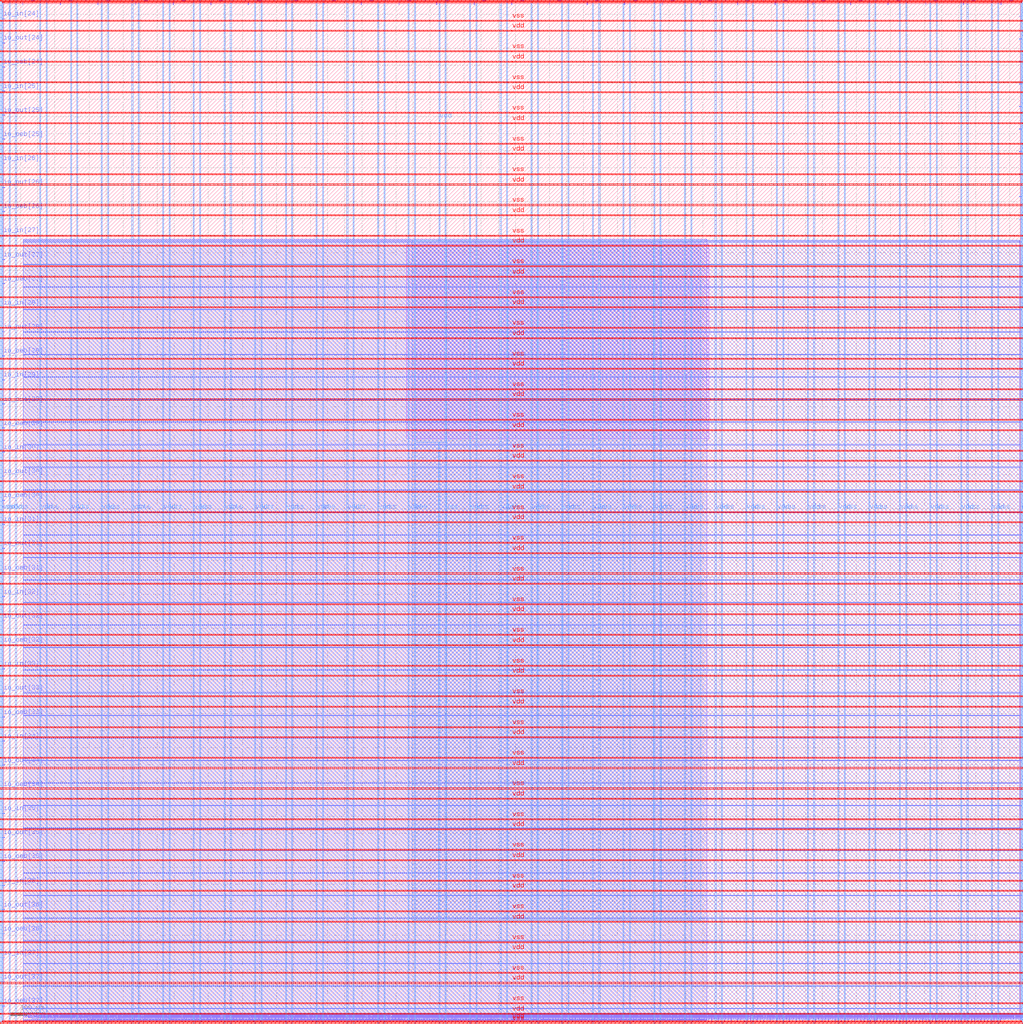
<source format=lef>
VERSION 5.7 ;
  NOWIREEXTENSIONATPIN ON ;
  DIVIDERCHAR "/" ;
  BUSBITCHARS "[]" ;
MACRO user_project_wrapper
  CLASS BLOCK ;
  FOREIGN user_project_wrapper ;
  ORIGIN 0.000 0.000 ;
  SIZE 2980.200 BY 2980.200 ;
  PIN io_in[0]
    DIRECTION INPUT ;
    USE SIGNAL ;
    PORT
      LAYER Metal3 ;
        RECT 2977.800 35.560 2985.000 36.680 ;
    END
  END io_in[0]
  PIN io_in[10]
    DIRECTION INPUT ;
    USE SIGNAL ;
    PORT
      LAYER Metal3 ;
        RECT 2977.800 2017.960 2985.000 2019.080 ;
    END
  END io_in[10]
  PIN io_in[11]
    DIRECTION INPUT ;
    USE SIGNAL ;
    PORT
      LAYER Metal3 ;
        RECT 2977.800 2216.200 2985.000 2217.320 ;
    END
  END io_in[11]
  PIN io_in[12]
    DIRECTION INPUT ;
    USE SIGNAL ;
    PORT
      LAYER Metal3 ;
        RECT 2977.800 2414.440 2985.000 2415.560 ;
    END
  END io_in[12]
  PIN io_in[13]
    DIRECTION INPUT ;
    USE SIGNAL ;
    PORT
      LAYER Metal3 ;
        RECT 2977.800 2612.680 2985.000 2613.800 ;
    END
  END io_in[13]
  PIN io_in[14]
    DIRECTION INPUT ;
    USE SIGNAL ;
    PORT
      LAYER Metal3 ;
        RECT 2977.800 2810.920 2985.000 2812.040 ;
    END
  END io_in[14]
  PIN io_in[15]
    DIRECTION INPUT ;
    USE SIGNAL ;
    PORT
      LAYER Metal2 ;
        RECT 2923.480 2977.800 2924.600 2985.000 ;
    END
  END io_in[15]
  PIN io_in[16]
    DIRECTION INPUT ;
    USE SIGNAL ;
    PORT
      LAYER Metal2 ;
        RECT 2592.520 2977.800 2593.640 2985.000 ;
    END
  END io_in[16]
  PIN io_in[17]
    DIRECTION INPUT ;
    USE SIGNAL ;
    PORT
      LAYER Metal2 ;
        RECT 2261.560 2977.800 2262.680 2985.000 ;
    END
  END io_in[17]
  PIN io_in[18]
    DIRECTION INPUT ;
    USE SIGNAL ;
    PORT
      LAYER Metal2 ;
        RECT 1930.600 2977.800 1931.720 2985.000 ;
    END
  END io_in[18]
  PIN io_in[19]
    DIRECTION INPUT ;
    USE SIGNAL ;
    PORT
      LAYER Metal2 ;
        RECT 1599.640 2977.800 1600.760 2985.000 ;
    END
  END io_in[19]
  PIN io_in[1]
    DIRECTION INPUT ;
    USE SIGNAL ;
    PORT
      LAYER Metal3 ;
        RECT 2977.800 233.800 2985.000 234.920 ;
    END
  END io_in[1]
  PIN io_in[20]
    DIRECTION INPUT ;
    USE SIGNAL ;
    PORT
      LAYER Metal2 ;
        RECT 1268.680 2977.800 1269.800 2985.000 ;
    END
  END io_in[20]
  PIN io_in[21]
    DIRECTION INPUT ;
    USE SIGNAL ;
    PORT
      LAYER Metal2 ;
        RECT 937.720 2977.800 938.840 2985.000 ;
    END
  END io_in[21]
  PIN io_in[22]
    DIRECTION INPUT ;
    USE SIGNAL ;
    PORT
      LAYER Metal2 ;
        RECT 606.760 2977.800 607.880 2985.000 ;
    END
  END io_in[22]
  PIN io_in[23]
    DIRECTION INPUT ;
    USE SIGNAL ;
    PORT
      LAYER Metal2 ;
        RECT 275.800 2977.800 276.920 2985.000 ;
    END
  END io_in[23]
  PIN io_in[24]
    DIRECTION INPUT ;
    USE SIGNAL ;
    PORT
      LAYER Metal3 ;
        RECT -4.800 2935.800 2.400 2936.920 ;
    END
  END io_in[24]
  PIN io_in[25]
    DIRECTION INPUT ;
    USE SIGNAL ;
    PORT
      LAYER Metal3 ;
        RECT -4.800 2724.120 2.400 2725.240 ;
    END
  END io_in[25]
  PIN io_in[26]
    DIRECTION INPUT ;
    USE SIGNAL ;
    PORT
      LAYER Metal3 ;
        RECT -4.800 2512.440 2.400 2513.560 ;
    END
  END io_in[26]
  PIN io_in[27]
    DIRECTION INPUT ;
    USE SIGNAL ;
    PORT
      LAYER Metal3 ;
        RECT -4.800 2300.760 2.400 2301.880 ;
    END
  END io_in[27]
  PIN io_in[28]
    DIRECTION INPUT ;
    USE SIGNAL ;
    PORT
      LAYER Metal3 ;
        RECT -4.800 2089.080 2.400 2090.200 ;
    END
  END io_in[28]
  PIN io_in[29]
    DIRECTION INPUT ;
    USE SIGNAL ;
    PORT
      LAYER Metal3 ;
        RECT -4.800 1877.400 2.400 1878.520 ;
    END
  END io_in[29]
  PIN io_in[2]
    DIRECTION INPUT ;
    USE SIGNAL ;
    PORT
      LAYER Metal3 ;
        RECT 2977.800 432.040 2985.000 433.160 ;
    END
  END io_in[2]
  PIN io_in[30]
    DIRECTION INPUT ;
    USE SIGNAL ;
    PORT
      LAYER Metal3 ;
        RECT -4.800 1665.720 2.400 1666.840 ;
    END
  END io_in[30]
  PIN io_in[31]
    DIRECTION INPUT ;
    USE SIGNAL ;
    PORT
      LAYER Metal3 ;
        RECT -4.800 1454.040 2.400 1455.160 ;
    END
  END io_in[31]
  PIN io_in[32]
    DIRECTION INPUT ;
    USE SIGNAL ;
    PORT
      LAYER Metal3 ;
        RECT -4.800 1242.360 2.400 1243.480 ;
    END
  END io_in[32]
  PIN io_in[33]
    DIRECTION INPUT ;
    USE SIGNAL ;
    PORT
      LAYER Metal3 ;
        RECT -4.800 1030.680 2.400 1031.800 ;
    END
  END io_in[33]
  PIN io_in[34]
    DIRECTION INPUT ;
    USE SIGNAL ;
    PORT
      LAYER Metal3 ;
        RECT -4.800 819.000 2.400 820.120 ;
    END
  END io_in[34]
  PIN io_in[35]
    DIRECTION INPUT ;
    USE SIGNAL ;
    PORT
      LAYER Metal3 ;
        RECT -4.800 607.320 2.400 608.440 ;
    END
  END io_in[35]
  PIN io_in[36]
    DIRECTION INPUT ;
    USE SIGNAL ;
    PORT
      LAYER Metal3 ;
        RECT -4.800 395.640 2.400 396.760 ;
    END
  END io_in[36]
  PIN io_in[37]
    DIRECTION INPUT ;
    USE SIGNAL ;
    PORT
      LAYER Metal3 ;
        RECT -4.800 183.960 2.400 185.080 ;
    END
  END io_in[37]
  PIN io_in[3]
    DIRECTION INPUT ;
    USE SIGNAL ;
    PORT
      LAYER Metal3 ;
        RECT 2977.800 630.280 2985.000 631.400 ;
    END
  END io_in[3]
  PIN io_in[4]
    DIRECTION INPUT ;
    USE SIGNAL ;
    PORT
      LAYER Metal3 ;
        RECT 2977.800 828.520 2985.000 829.640 ;
    END
  END io_in[4]
  PIN io_in[5]
    DIRECTION INPUT ;
    USE SIGNAL ;
    PORT
      LAYER Metal3 ;
        RECT 2977.800 1026.760 2985.000 1027.880 ;
    END
  END io_in[5]
  PIN io_in[6]
    DIRECTION INPUT ;
    USE SIGNAL ;
    PORT
      LAYER Metal3 ;
        RECT 2977.800 1225.000 2985.000 1226.120 ;
    END
  END io_in[6]
  PIN io_in[7]
    DIRECTION INPUT ;
    USE SIGNAL ;
    PORT
      LAYER Metal3 ;
        RECT 2977.800 1423.240 2985.000 1424.360 ;
    END
  END io_in[7]
  PIN io_in[8]
    DIRECTION INPUT ;
    USE SIGNAL ;
    PORT
      LAYER Metal3 ;
        RECT 2977.800 1621.480 2985.000 1622.600 ;
    END
  END io_in[8]
  PIN io_in[9]
    DIRECTION INPUT ;
    USE SIGNAL ;
    PORT
      LAYER Metal3 ;
        RECT 2977.800 1819.720 2985.000 1820.840 ;
    END
  END io_in[9]
  PIN io_oeb[0]
    DIRECTION OUTPUT TRISTATE ;
    USE SIGNAL ;
    PORT
      LAYER Metal3 ;
        RECT 2977.800 167.720 2985.000 168.840 ;
    END
  END io_oeb[0]
  PIN io_oeb[10]
    DIRECTION OUTPUT TRISTATE ;
    USE SIGNAL ;
    PORT
      LAYER Metal3 ;
        RECT 2977.800 2150.120 2985.000 2151.240 ;
    END
  END io_oeb[10]
  PIN io_oeb[11]
    DIRECTION OUTPUT TRISTATE ;
    USE SIGNAL ;
    PORT
      LAYER Metal3 ;
        RECT 2977.800 2348.360 2985.000 2349.480 ;
    END
  END io_oeb[11]
  PIN io_oeb[12]
    DIRECTION OUTPUT TRISTATE ;
    USE SIGNAL ;
    PORT
      LAYER Metal3 ;
        RECT 2977.800 2546.600 2985.000 2547.720 ;
    END
  END io_oeb[12]
  PIN io_oeb[13]
    DIRECTION OUTPUT TRISTATE ;
    USE SIGNAL ;
    PORT
      LAYER Metal3 ;
        RECT 2977.800 2744.840 2985.000 2745.960 ;
    END
  END io_oeb[13]
  PIN io_oeb[14]
    DIRECTION OUTPUT TRISTATE ;
    USE SIGNAL ;
    PORT
      LAYER Metal3 ;
        RECT 2977.800 2943.080 2985.000 2944.200 ;
    END
  END io_oeb[14]
  PIN io_oeb[15]
    DIRECTION OUTPUT TRISTATE ;
    USE SIGNAL ;
    PORT
      LAYER Metal2 ;
        RECT 2702.840 2977.800 2703.960 2985.000 ;
    END
  END io_oeb[15]
  PIN io_oeb[16]
    DIRECTION OUTPUT TRISTATE ;
    USE SIGNAL ;
    PORT
      LAYER Metal2 ;
        RECT 2371.880 2977.800 2373.000 2985.000 ;
    END
  END io_oeb[16]
  PIN io_oeb[17]
    DIRECTION OUTPUT TRISTATE ;
    USE SIGNAL ;
    PORT
      LAYER Metal2 ;
        RECT 2040.920 2977.800 2042.040 2985.000 ;
    END
  END io_oeb[17]
  PIN io_oeb[18]
    DIRECTION OUTPUT TRISTATE ;
    USE SIGNAL ;
    PORT
      LAYER Metal2 ;
        RECT 1709.960 2977.800 1711.080 2985.000 ;
    END
  END io_oeb[18]
  PIN io_oeb[19]
    DIRECTION OUTPUT TRISTATE ;
    USE SIGNAL ;
    PORT
      LAYER Metal2 ;
        RECT 1379.000 2977.800 1380.120 2985.000 ;
    END
  END io_oeb[19]
  PIN io_oeb[1]
    DIRECTION OUTPUT TRISTATE ;
    USE SIGNAL ;
    PORT
      LAYER Metal3 ;
        RECT 2977.800 365.960 2985.000 367.080 ;
    END
  END io_oeb[1]
  PIN io_oeb[20]
    DIRECTION OUTPUT TRISTATE ;
    USE SIGNAL ;
    PORT
      LAYER Metal2 ;
        RECT 1048.040 2977.800 1049.160 2985.000 ;
    END
  END io_oeb[20]
  PIN io_oeb[21]
    DIRECTION OUTPUT TRISTATE ;
    USE SIGNAL ;
    PORT
      LAYER Metal2 ;
        RECT 717.080 2977.800 718.200 2985.000 ;
    END
  END io_oeb[21]
  PIN io_oeb[22]
    DIRECTION OUTPUT TRISTATE ;
    USE SIGNAL ;
    PORT
      LAYER Metal2 ;
        RECT 386.120 2977.800 387.240 2985.000 ;
    END
  END io_oeb[22]
  PIN io_oeb[23]
    DIRECTION OUTPUT TRISTATE ;
    USE SIGNAL ;
    PORT
      LAYER Metal2 ;
        RECT 55.160 2977.800 56.280 2985.000 ;
    END
  END io_oeb[23]
  PIN io_oeb[24]
    DIRECTION OUTPUT TRISTATE ;
    USE SIGNAL ;
    PORT
      LAYER Metal3 ;
        RECT -4.800 2794.680 2.400 2795.800 ;
    END
  END io_oeb[24]
  PIN io_oeb[25]
    DIRECTION OUTPUT TRISTATE ;
    USE SIGNAL ;
    PORT
      LAYER Metal3 ;
        RECT -4.800 2583.000 2.400 2584.120 ;
    END
  END io_oeb[25]
  PIN io_oeb[26]
    DIRECTION OUTPUT TRISTATE ;
    USE SIGNAL ;
    PORT
      LAYER Metal3 ;
        RECT -4.800 2371.320 2.400 2372.440 ;
    END
  END io_oeb[26]
  PIN io_oeb[27]
    DIRECTION OUTPUT TRISTATE ;
    USE SIGNAL ;
    PORT
      LAYER Metal3 ;
        RECT -4.800 2159.640 2.400 2160.760 ;
    END
  END io_oeb[27]
  PIN io_oeb[28]
    DIRECTION OUTPUT TRISTATE ;
    USE SIGNAL ;
    PORT
      LAYER Metal3 ;
        RECT -4.800 1947.960 2.400 1949.080 ;
    END
  END io_oeb[28]
  PIN io_oeb[29]
    DIRECTION OUTPUT TRISTATE ;
    USE SIGNAL ;
    PORT
      LAYER Metal3 ;
        RECT -4.800 1736.280 2.400 1737.400 ;
    END
  END io_oeb[29]
  PIN io_oeb[2]
    DIRECTION OUTPUT TRISTATE ;
    USE SIGNAL ;
    PORT
      LAYER Metal3 ;
        RECT 2977.800 564.200 2985.000 565.320 ;
    END
  END io_oeb[2]
  PIN io_oeb[30]
    DIRECTION OUTPUT TRISTATE ;
    USE SIGNAL ;
    PORT
      LAYER Metal3 ;
        RECT -4.800 1524.600 2.400 1525.720 ;
    END
  END io_oeb[30]
  PIN io_oeb[31]
    DIRECTION OUTPUT TRISTATE ;
    USE SIGNAL ;
    PORT
      LAYER Metal3 ;
        RECT -4.800 1312.920 2.400 1314.040 ;
    END
  END io_oeb[31]
  PIN io_oeb[32]
    DIRECTION OUTPUT TRISTATE ;
    USE SIGNAL ;
    PORT
      LAYER Metal3 ;
        RECT -4.800 1101.240 2.400 1102.360 ;
    END
  END io_oeb[32]
  PIN io_oeb[33]
    DIRECTION OUTPUT TRISTATE ;
    USE SIGNAL ;
    PORT
      LAYER Metal3 ;
        RECT -4.800 889.560 2.400 890.680 ;
    END
  END io_oeb[33]
  PIN io_oeb[34]
    DIRECTION OUTPUT TRISTATE ;
    USE SIGNAL ;
    PORT
      LAYER Metal3 ;
        RECT -4.800 677.880 2.400 679.000 ;
    END
  END io_oeb[34]
  PIN io_oeb[35]
    DIRECTION OUTPUT TRISTATE ;
    USE SIGNAL ;
    PORT
      LAYER Metal3 ;
        RECT -4.800 466.200 2.400 467.320 ;
    END
  END io_oeb[35]
  PIN io_oeb[36]
    DIRECTION OUTPUT TRISTATE ;
    USE SIGNAL ;
    PORT
      LAYER Metal3 ;
        RECT -4.800 254.520 2.400 255.640 ;
    END
  END io_oeb[36]
  PIN io_oeb[37]
    DIRECTION OUTPUT TRISTATE ;
    USE SIGNAL ;
    PORT
      LAYER Metal3 ;
        RECT -4.800 42.840 2.400 43.960 ;
    END
  END io_oeb[37]
  PIN io_oeb[3]
    DIRECTION OUTPUT TRISTATE ;
    USE SIGNAL ;
    PORT
      LAYER Metal3 ;
        RECT 2977.800 762.440 2985.000 763.560 ;
    END
  END io_oeb[3]
  PIN io_oeb[4]
    DIRECTION OUTPUT TRISTATE ;
    USE SIGNAL ;
    PORT
      LAYER Metal3 ;
        RECT 2977.800 960.680 2985.000 961.800 ;
    END
  END io_oeb[4]
  PIN io_oeb[5]
    DIRECTION OUTPUT TRISTATE ;
    USE SIGNAL ;
    PORT
      LAYER Metal3 ;
        RECT 2977.800 1158.920 2985.000 1160.040 ;
    END
  END io_oeb[5]
  PIN io_oeb[6]
    DIRECTION OUTPUT TRISTATE ;
    USE SIGNAL ;
    PORT
      LAYER Metal3 ;
        RECT 2977.800 1357.160 2985.000 1358.280 ;
    END
  END io_oeb[6]
  PIN io_oeb[7]
    DIRECTION OUTPUT TRISTATE ;
    USE SIGNAL ;
    PORT
      LAYER Metal3 ;
        RECT 2977.800 1555.400 2985.000 1556.520 ;
    END
  END io_oeb[7]
  PIN io_oeb[8]
    DIRECTION OUTPUT TRISTATE ;
    USE SIGNAL ;
    PORT
      LAYER Metal3 ;
        RECT 2977.800 1753.640 2985.000 1754.760 ;
    END
  END io_oeb[8]
  PIN io_oeb[9]
    DIRECTION OUTPUT TRISTATE ;
    USE SIGNAL ;
    PORT
      LAYER Metal3 ;
        RECT 2977.800 1951.880 2985.000 1953.000 ;
    END
  END io_oeb[9]
  PIN io_out[0]
    DIRECTION OUTPUT TRISTATE ;
    USE SIGNAL ;
    PORT
      LAYER Metal3 ;
        RECT 2977.800 101.640 2985.000 102.760 ;
    END
  END io_out[0]
  PIN io_out[10]
    DIRECTION OUTPUT TRISTATE ;
    USE SIGNAL ;
    PORT
      LAYER Metal3 ;
        RECT 2977.800 2084.040 2985.000 2085.160 ;
    END
  END io_out[10]
  PIN io_out[11]
    DIRECTION OUTPUT TRISTATE ;
    USE SIGNAL ;
    PORT
      LAYER Metal3 ;
        RECT 2977.800 2282.280 2985.000 2283.400 ;
    END
  END io_out[11]
  PIN io_out[12]
    DIRECTION OUTPUT TRISTATE ;
    USE SIGNAL ;
    PORT
      LAYER Metal3 ;
        RECT 2977.800 2480.520 2985.000 2481.640 ;
    END
  END io_out[12]
  PIN io_out[13]
    DIRECTION OUTPUT TRISTATE ;
    USE SIGNAL ;
    PORT
      LAYER Metal3 ;
        RECT 2977.800 2678.760 2985.000 2679.880 ;
    END
  END io_out[13]
  PIN io_out[14]
    DIRECTION OUTPUT TRISTATE ;
    USE SIGNAL ;
    PORT
      LAYER Metal3 ;
        RECT 2977.800 2877.000 2985.000 2878.120 ;
    END
  END io_out[14]
  PIN io_out[15]
    DIRECTION OUTPUT TRISTATE ;
    USE SIGNAL ;
    PORT
      LAYER Metal2 ;
        RECT 2813.160 2977.800 2814.280 2985.000 ;
    END
  END io_out[15]
  PIN io_out[16]
    DIRECTION OUTPUT TRISTATE ;
    USE SIGNAL ;
    PORT
      LAYER Metal2 ;
        RECT 2482.200 2977.800 2483.320 2985.000 ;
    END
  END io_out[16]
  PIN io_out[17]
    DIRECTION OUTPUT TRISTATE ;
    USE SIGNAL ;
    PORT
      LAYER Metal2 ;
        RECT 2151.240 2977.800 2152.360 2985.000 ;
    END
  END io_out[17]
  PIN io_out[18]
    DIRECTION OUTPUT TRISTATE ;
    USE SIGNAL ;
    PORT
      LAYER Metal2 ;
        RECT 1820.280 2977.800 1821.400 2985.000 ;
    END
  END io_out[18]
  PIN io_out[19]
    DIRECTION OUTPUT TRISTATE ;
    USE SIGNAL ;
    PORT
      LAYER Metal2 ;
        RECT 1489.320 2977.800 1490.440 2985.000 ;
    END
  END io_out[19]
  PIN io_out[1]
    DIRECTION OUTPUT TRISTATE ;
    USE SIGNAL ;
    PORT
      LAYER Metal3 ;
        RECT 2977.800 299.880 2985.000 301.000 ;
    END
  END io_out[1]
  PIN io_out[20]
    DIRECTION OUTPUT TRISTATE ;
    USE SIGNAL ;
    PORT
      LAYER Metal2 ;
        RECT 1158.360 2977.800 1159.480 2985.000 ;
    END
  END io_out[20]
  PIN io_out[21]
    DIRECTION OUTPUT TRISTATE ;
    USE SIGNAL ;
    PORT
      LAYER Metal2 ;
        RECT 827.400 2977.800 828.520 2985.000 ;
    END
  END io_out[21]
  PIN io_out[22]
    DIRECTION OUTPUT TRISTATE ;
    USE SIGNAL ;
    PORT
      LAYER Metal2 ;
        RECT 496.440 2977.800 497.560 2985.000 ;
    END
  END io_out[22]
  PIN io_out[23]
    DIRECTION OUTPUT TRISTATE ;
    USE SIGNAL ;
    PORT
      LAYER Metal2 ;
        RECT 165.480 2977.800 166.600 2985.000 ;
    END
  END io_out[23]
  PIN io_out[24]
    DIRECTION OUTPUT TRISTATE ;
    USE SIGNAL ;
    PORT
      LAYER Metal3 ;
        RECT -4.800 2865.240 2.400 2866.360 ;
    END
  END io_out[24]
  PIN io_out[25]
    DIRECTION OUTPUT TRISTATE ;
    USE SIGNAL ;
    PORT
      LAYER Metal3 ;
        RECT -4.800 2653.560 2.400 2654.680 ;
    END
  END io_out[25]
  PIN io_out[26]
    DIRECTION OUTPUT TRISTATE ;
    USE SIGNAL ;
    PORT
      LAYER Metal3 ;
        RECT -4.800 2441.880 2.400 2443.000 ;
    END
  END io_out[26]
  PIN io_out[27]
    DIRECTION OUTPUT TRISTATE ;
    USE SIGNAL ;
    PORT
      LAYER Metal3 ;
        RECT -4.800 2230.200 2.400 2231.320 ;
    END
  END io_out[27]
  PIN io_out[28]
    DIRECTION OUTPUT TRISTATE ;
    USE SIGNAL ;
    PORT
      LAYER Metal3 ;
        RECT -4.800 2018.520 2.400 2019.640 ;
    END
  END io_out[28]
  PIN io_out[29]
    DIRECTION OUTPUT TRISTATE ;
    USE SIGNAL ;
    PORT
      LAYER Metal3 ;
        RECT -4.800 1806.840 2.400 1807.960 ;
    END
  END io_out[29]
  PIN io_out[2]
    DIRECTION OUTPUT TRISTATE ;
    USE SIGNAL ;
    PORT
      LAYER Metal3 ;
        RECT 2977.800 498.120 2985.000 499.240 ;
    END
  END io_out[2]
  PIN io_out[30]
    DIRECTION OUTPUT TRISTATE ;
    USE SIGNAL ;
    PORT
      LAYER Metal3 ;
        RECT -4.800 1595.160 2.400 1596.280 ;
    END
  END io_out[30]
  PIN io_out[31]
    DIRECTION OUTPUT TRISTATE ;
    USE SIGNAL ;
    PORT
      LAYER Metal3 ;
        RECT -4.800 1383.480 2.400 1384.600 ;
    END
  END io_out[31]
  PIN io_out[32]
    DIRECTION OUTPUT TRISTATE ;
    USE SIGNAL ;
    PORT
      LAYER Metal3 ;
        RECT -4.800 1171.800 2.400 1172.920 ;
    END
  END io_out[32]
  PIN io_out[33]
    DIRECTION OUTPUT TRISTATE ;
    USE SIGNAL ;
    PORT
      LAYER Metal3 ;
        RECT -4.800 960.120 2.400 961.240 ;
    END
  END io_out[33]
  PIN io_out[34]
    DIRECTION OUTPUT TRISTATE ;
    USE SIGNAL ;
    PORT
      LAYER Metal3 ;
        RECT -4.800 748.440 2.400 749.560 ;
    END
  END io_out[34]
  PIN io_out[35]
    DIRECTION OUTPUT TRISTATE ;
    USE SIGNAL ;
    PORT
      LAYER Metal3 ;
        RECT -4.800 536.760 2.400 537.880 ;
    END
  END io_out[35]
  PIN io_out[36]
    DIRECTION OUTPUT TRISTATE ;
    USE SIGNAL ;
    PORT
      LAYER Metal3 ;
        RECT -4.800 325.080 2.400 326.200 ;
    END
  END io_out[36]
  PIN io_out[37]
    DIRECTION OUTPUT TRISTATE ;
    USE SIGNAL ;
    PORT
      LAYER Metal3 ;
        RECT -4.800 113.400 2.400 114.520 ;
    END
  END io_out[37]
  PIN io_out[3]
    DIRECTION OUTPUT TRISTATE ;
    USE SIGNAL ;
    PORT
      LAYER Metal3 ;
        RECT 2977.800 696.360 2985.000 697.480 ;
    END
  END io_out[3]
  PIN io_out[4]
    DIRECTION OUTPUT TRISTATE ;
    USE SIGNAL ;
    PORT
      LAYER Metal3 ;
        RECT 2977.800 894.600 2985.000 895.720 ;
    END
  END io_out[4]
  PIN io_out[5]
    DIRECTION OUTPUT TRISTATE ;
    USE SIGNAL ;
    PORT
      LAYER Metal3 ;
        RECT 2977.800 1092.840 2985.000 1093.960 ;
    END
  END io_out[5]
  PIN io_out[6]
    DIRECTION OUTPUT TRISTATE ;
    USE SIGNAL ;
    PORT
      LAYER Metal3 ;
        RECT 2977.800 1291.080 2985.000 1292.200 ;
    END
  END io_out[6]
  PIN io_out[7]
    DIRECTION OUTPUT TRISTATE ;
    USE SIGNAL ;
    PORT
      LAYER Metal3 ;
        RECT 2977.800 1489.320 2985.000 1490.440 ;
    END
  END io_out[7]
  PIN io_out[8]
    DIRECTION OUTPUT TRISTATE ;
    USE SIGNAL ;
    PORT
      LAYER Metal3 ;
        RECT 2977.800 1687.560 2985.000 1688.680 ;
    END
  END io_out[8]
  PIN io_out[9]
    DIRECTION OUTPUT TRISTATE ;
    USE SIGNAL ;
    PORT
      LAYER Metal3 ;
        RECT 2977.800 1885.800 2985.000 1886.920 ;
    END
  END io_out[9]
  PIN la_data_in[0]
    DIRECTION INPUT ;
    USE SIGNAL ;
    PORT
      LAYER Metal2 ;
        RECT 1065.960 -4.800 1067.080 2.400 ;
    END
  END la_data_in[0]
  PIN la_data_in[10]
    DIRECTION INPUT ;
    USE SIGNAL ;
    PORT
      LAYER Metal2 ;
        RECT 1351.560 -4.800 1352.680 2.400 ;
    END
  END la_data_in[10]
  PIN la_data_in[11]
    DIRECTION INPUT ;
    USE SIGNAL ;
    PORT
      LAYER Metal2 ;
        RECT 1380.120 -4.800 1381.240 2.400 ;
    END
  END la_data_in[11]
  PIN la_data_in[12]
    DIRECTION INPUT ;
    USE SIGNAL ;
    PORT
      LAYER Metal2 ;
        RECT 1408.680 -4.800 1409.800 2.400 ;
    END
  END la_data_in[12]
  PIN la_data_in[13]
    DIRECTION INPUT ;
    USE SIGNAL ;
    PORT
      LAYER Metal2 ;
        RECT 1437.240 -4.800 1438.360 2.400 ;
    END
  END la_data_in[13]
  PIN la_data_in[14]
    DIRECTION INPUT ;
    USE SIGNAL ;
    PORT
      LAYER Metal2 ;
        RECT 1465.800 -4.800 1466.920 2.400 ;
    END
  END la_data_in[14]
  PIN la_data_in[15]
    DIRECTION INPUT ;
    USE SIGNAL ;
    PORT
      LAYER Metal2 ;
        RECT 1494.360 -4.800 1495.480 2.400 ;
    END
  END la_data_in[15]
  PIN la_data_in[16]
    DIRECTION INPUT ;
    USE SIGNAL ;
    PORT
      LAYER Metal2 ;
        RECT 1522.920 -4.800 1524.040 2.400 ;
    END
  END la_data_in[16]
  PIN la_data_in[17]
    DIRECTION INPUT ;
    USE SIGNAL ;
    PORT
      LAYER Metal2 ;
        RECT 1551.480 -4.800 1552.600 2.400 ;
    END
  END la_data_in[17]
  PIN la_data_in[18]
    DIRECTION INPUT ;
    USE SIGNAL ;
    PORT
      LAYER Metal2 ;
        RECT 1580.040 -4.800 1581.160 2.400 ;
    END
  END la_data_in[18]
  PIN la_data_in[19]
    DIRECTION INPUT ;
    USE SIGNAL ;
    PORT
      LAYER Metal2 ;
        RECT 1608.600 -4.800 1609.720 2.400 ;
    END
  END la_data_in[19]
  PIN la_data_in[1]
    DIRECTION INPUT ;
    USE SIGNAL ;
    PORT
      LAYER Metal2 ;
        RECT 1094.520 -4.800 1095.640 2.400 ;
    END
  END la_data_in[1]
  PIN la_data_in[20]
    DIRECTION INPUT ;
    USE SIGNAL ;
    PORT
      LAYER Metal2 ;
        RECT 1637.160 -4.800 1638.280 2.400 ;
    END
  END la_data_in[20]
  PIN la_data_in[21]
    DIRECTION INPUT ;
    USE SIGNAL ;
    PORT
      LAYER Metal2 ;
        RECT 1665.720 -4.800 1666.840 2.400 ;
    END
  END la_data_in[21]
  PIN la_data_in[22]
    DIRECTION INPUT ;
    USE SIGNAL ;
    PORT
      LAYER Metal2 ;
        RECT 1694.280 -4.800 1695.400 2.400 ;
    END
  END la_data_in[22]
  PIN la_data_in[23]
    DIRECTION INPUT ;
    USE SIGNAL ;
    PORT
      LAYER Metal2 ;
        RECT 1722.840 -4.800 1723.960 2.400 ;
    END
  END la_data_in[23]
  PIN la_data_in[24]
    DIRECTION INPUT ;
    USE SIGNAL ;
    PORT
      LAYER Metal2 ;
        RECT 1751.400 -4.800 1752.520 2.400 ;
    END
  END la_data_in[24]
  PIN la_data_in[25]
    DIRECTION INPUT ;
    USE SIGNAL ;
    PORT
      LAYER Metal2 ;
        RECT 1779.960 -4.800 1781.080 2.400 ;
    END
  END la_data_in[25]
  PIN la_data_in[26]
    DIRECTION INPUT ;
    USE SIGNAL ;
    PORT
      LAYER Metal2 ;
        RECT 1808.520 -4.800 1809.640 2.400 ;
    END
  END la_data_in[26]
  PIN la_data_in[27]
    DIRECTION INPUT ;
    USE SIGNAL ;
    PORT
      LAYER Metal2 ;
        RECT 1837.080 -4.800 1838.200 2.400 ;
    END
  END la_data_in[27]
  PIN la_data_in[28]
    DIRECTION INPUT ;
    USE SIGNAL ;
    PORT
      LAYER Metal2 ;
        RECT 1865.640 -4.800 1866.760 2.400 ;
    END
  END la_data_in[28]
  PIN la_data_in[29]
    DIRECTION INPUT ;
    USE SIGNAL ;
    PORT
      LAYER Metal2 ;
        RECT 1894.200 -4.800 1895.320 2.400 ;
    END
  END la_data_in[29]
  PIN la_data_in[2]
    DIRECTION INPUT ;
    USE SIGNAL ;
    PORT
      LAYER Metal2 ;
        RECT 1123.080 -4.800 1124.200 2.400 ;
    END
  END la_data_in[2]
  PIN la_data_in[30]
    DIRECTION INPUT ;
    USE SIGNAL ;
    PORT
      LAYER Metal2 ;
        RECT 1922.760 -4.800 1923.880 2.400 ;
    END
  END la_data_in[30]
  PIN la_data_in[31]
    DIRECTION INPUT ;
    USE SIGNAL ;
    PORT
      LAYER Metal2 ;
        RECT 1951.320 -4.800 1952.440 2.400 ;
    END
  END la_data_in[31]
  PIN la_data_in[32]
    DIRECTION INPUT ;
    USE SIGNAL ;
    PORT
      LAYER Metal2 ;
        RECT 1979.880 -4.800 1981.000 2.400 ;
    END
  END la_data_in[32]
  PIN la_data_in[33]
    DIRECTION INPUT ;
    USE SIGNAL ;
    PORT
      LAYER Metal2 ;
        RECT 2008.440 -4.800 2009.560 2.400 ;
    END
  END la_data_in[33]
  PIN la_data_in[34]
    DIRECTION INPUT ;
    USE SIGNAL ;
    PORT
      LAYER Metal2 ;
        RECT 2037.000 -4.800 2038.120 2.400 ;
    END
  END la_data_in[34]
  PIN la_data_in[35]
    DIRECTION INPUT ;
    USE SIGNAL ;
    PORT
      LAYER Metal2 ;
        RECT 2065.560 -4.800 2066.680 2.400 ;
    END
  END la_data_in[35]
  PIN la_data_in[36]
    DIRECTION INPUT ;
    USE SIGNAL ;
    PORT
      LAYER Metal2 ;
        RECT 2094.120 -4.800 2095.240 2.400 ;
    END
  END la_data_in[36]
  PIN la_data_in[37]
    DIRECTION INPUT ;
    USE SIGNAL ;
    PORT
      LAYER Metal2 ;
        RECT 2122.680 -4.800 2123.800 2.400 ;
    END
  END la_data_in[37]
  PIN la_data_in[38]
    DIRECTION INPUT ;
    USE SIGNAL ;
    PORT
      LAYER Metal2 ;
        RECT 2151.240 -4.800 2152.360 2.400 ;
    END
  END la_data_in[38]
  PIN la_data_in[39]
    DIRECTION INPUT ;
    USE SIGNAL ;
    PORT
      LAYER Metal2 ;
        RECT 2179.800 -4.800 2180.920 2.400 ;
    END
  END la_data_in[39]
  PIN la_data_in[3]
    DIRECTION INPUT ;
    USE SIGNAL ;
    PORT
      LAYER Metal2 ;
        RECT 1151.640 -4.800 1152.760 2.400 ;
    END
  END la_data_in[3]
  PIN la_data_in[40]
    DIRECTION INPUT ;
    USE SIGNAL ;
    PORT
      LAYER Metal2 ;
        RECT 2208.360 -4.800 2209.480 2.400 ;
    END
  END la_data_in[40]
  PIN la_data_in[41]
    DIRECTION INPUT ;
    USE SIGNAL ;
    PORT
      LAYER Metal2 ;
        RECT 2236.920 -4.800 2238.040 2.400 ;
    END
  END la_data_in[41]
  PIN la_data_in[42]
    DIRECTION INPUT ;
    USE SIGNAL ;
    PORT
      LAYER Metal2 ;
        RECT 2265.480 -4.800 2266.600 2.400 ;
    END
  END la_data_in[42]
  PIN la_data_in[43]
    DIRECTION INPUT ;
    USE SIGNAL ;
    PORT
      LAYER Metal2 ;
        RECT 2294.040 -4.800 2295.160 2.400 ;
    END
  END la_data_in[43]
  PIN la_data_in[44]
    DIRECTION INPUT ;
    USE SIGNAL ;
    PORT
      LAYER Metal2 ;
        RECT 2322.600 -4.800 2323.720 2.400 ;
    END
  END la_data_in[44]
  PIN la_data_in[45]
    DIRECTION INPUT ;
    USE SIGNAL ;
    PORT
      LAYER Metal2 ;
        RECT 2351.160 -4.800 2352.280 2.400 ;
    END
  END la_data_in[45]
  PIN la_data_in[46]
    DIRECTION INPUT ;
    USE SIGNAL ;
    PORT
      LAYER Metal2 ;
        RECT 2379.720 -4.800 2380.840 2.400 ;
    END
  END la_data_in[46]
  PIN la_data_in[47]
    DIRECTION INPUT ;
    USE SIGNAL ;
    PORT
      LAYER Metal2 ;
        RECT 2408.280 -4.800 2409.400 2.400 ;
    END
  END la_data_in[47]
  PIN la_data_in[48]
    DIRECTION INPUT ;
    USE SIGNAL ;
    PORT
      LAYER Metal2 ;
        RECT 2436.840 -4.800 2437.960 2.400 ;
    END
  END la_data_in[48]
  PIN la_data_in[49]
    DIRECTION INPUT ;
    USE SIGNAL ;
    PORT
      LAYER Metal2 ;
        RECT 2465.400 -4.800 2466.520 2.400 ;
    END
  END la_data_in[49]
  PIN la_data_in[4]
    DIRECTION INPUT ;
    USE SIGNAL ;
    PORT
      LAYER Metal2 ;
        RECT 1180.200 -4.800 1181.320 2.400 ;
    END
  END la_data_in[4]
  PIN la_data_in[50]
    DIRECTION INPUT ;
    USE SIGNAL ;
    PORT
      LAYER Metal2 ;
        RECT 2493.960 -4.800 2495.080 2.400 ;
    END
  END la_data_in[50]
  PIN la_data_in[51]
    DIRECTION INPUT ;
    USE SIGNAL ;
    PORT
      LAYER Metal2 ;
        RECT 2522.520 -4.800 2523.640 2.400 ;
    END
  END la_data_in[51]
  PIN la_data_in[52]
    DIRECTION INPUT ;
    USE SIGNAL ;
    PORT
      LAYER Metal2 ;
        RECT 2551.080 -4.800 2552.200 2.400 ;
    END
  END la_data_in[52]
  PIN la_data_in[53]
    DIRECTION INPUT ;
    USE SIGNAL ;
    PORT
      LAYER Metal2 ;
        RECT 2579.640 -4.800 2580.760 2.400 ;
    END
  END la_data_in[53]
  PIN la_data_in[54]
    DIRECTION INPUT ;
    USE SIGNAL ;
    PORT
      LAYER Metal2 ;
        RECT 2608.200 -4.800 2609.320 2.400 ;
    END
  END la_data_in[54]
  PIN la_data_in[55]
    DIRECTION INPUT ;
    USE SIGNAL ;
    PORT
      LAYER Metal2 ;
        RECT 2636.760 -4.800 2637.880 2.400 ;
    END
  END la_data_in[55]
  PIN la_data_in[56]
    DIRECTION INPUT ;
    USE SIGNAL ;
    PORT
      LAYER Metal2 ;
        RECT 2665.320 -4.800 2666.440 2.400 ;
    END
  END la_data_in[56]
  PIN la_data_in[57]
    DIRECTION INPUT ;
    USE SIGNAL ;
    PORT
      LAYER Metal2 ;
        RECT 2693.880 -4.800 2695.000 2.400 ;
    END
  END la_data_in[57]
  PIN la_data_in[58]
    DIRECTION INPUT ;
    USE SIGNAL ;
    PORT
      LAYER Metal2 ;
        RECT 2722.440 -4.800 2723.560 2.400 ;
    END
  END la_data_in[58]
  PIN la_data_in[59]
    DIRECTION INPUT ;
    USE SIGNAL ;
    PORT
      LAYER Metal2 ;
        RECT 2751.000 -4.800 2752.120 2.400 ;
    END
  END la_data_in[59]
  PIN la_data_in[5]
    DIRECTION INPUT ;
    USE SIGNAL ;
    PORT
      LAYER Metal2 ;
        RECT 1208.760 -4.800 1209.880 2.400 ;
    END
  END la_data_in[5]
  PIN la_data_in[60]
    DIRECTION INPUT ;
    USE SIGNAL ;
    PORT
      LAYER Metal2 ;
        RECT 2779.560 -4.800 2780.680 2.400 ;
    END
  END la_data_in[60]
  PIN la_data_in[61]
    DIRECTION INPUT ;
    USE SIGNAL ;
    PORT
      LAYER Metal2 ;
        RECT 2808.120 -4.800 2809.240 2.400 ;
    END
  END la_data_in[61]
  PIN la_data_in[62]
    DIRECTION INPUT ;
    USE SIGNAL ;
    PORT
      LAYER Metal2 ;
        RECT 2836.680 -4.800 2837.800 2.400 ;
    END
  END la_data_in[62]
  PIN la_data_in[63]
    DIRECTION INPUT ;
    USE SIGNAL ;
    PORT
      LAYER Metal2 ;
        RECT 2865.240 -4.800 2866.360 2.400 ;
    END
  END la_data_in[63]
  PIN la_data_in[6]
    DIRECTION INPUT ;
    USE SIGNAL ;
    PORT
      LAYER Metal2 ;
        RECT 1237.320 -4.800 1238.440 2.400 ;
    END
  END la_data_in[6]
  PIN la_data_in[7]
    DIRECTION INPUT ;
    USE SIGNAL ;
    PORT
      LAYER Metal2 ;
        RECT 1265.880 -4.800 1267.000 2.400 ;
    END
  END la_data_in[7]
  PIN la_data_in[8]
    DIRECTION INPUT ;
    USE SIGNAL ;
    PORT
      LAYER Metal2 ;
        RECT 1294.440 -4.800 1295.560 2.400 ;
    END
  END la_data_in[8]
  PIN la_data_in[9]
    DIRECTION INPUT ;
    USE SIGNAL ;
    PORT
      LAYER Metal2 ;
        RECT 1323.000 -4.800 1324.120 2.400 ;
    END
  END la_data_in[9]
  PIN la_data_out[0]
    DIRECTION OUTPUT TRISTATE ;
    USE SIGNAL ;
    PORT
      LAYER Metal2 ;
        RECT 1075.480 -4.800 1076.600 2.400 ;
    END
  END la_data_out[0]
  PIN la_data_out[10]
    DIRECTION OUTPUT TRISTATE ;
    USE SIGNAL ;
    PORT
      LAYER Metal2 ;
        RECT 1361.080 -4.800 1362.200 2.400 ;
    END
  END la_data_out[10]
  PIN la_data_out[11]
    DIRECTION OUTPUT TRISTATE ;
    USE SIGNAL ;
    PORT
      LAYER Metal2 ;
        RECT 1389.640 -4.800 1390.760 2.400 ;
    END
  END la_data_out[11]
  PIN la_data_out[12]
    DIRECTION OUTPUT TRISTATE ;
    USE SIGNAL ;
    PORT
      LAYER Metal2 ;
        RECT 1418.200 -4.800 1419.320 2.400 ;
    END
  END la_data_out[12]
  PIN la_data_out[13]
    DIRECTION OUTPUT TRISTATE ;
    USE SIGNAL ;
    PORT
      LAYER Metal2 ;
        RECT 1446.760 -4.800 1447.880 2.400 ;
    END
  END la_data_out[13]
  PIN la_data_out[14]
    DIRECTION OUTPUT TRISTATE ;
    USE SIGNAL ;
    PORT
      LAYER Metal2 ;
        RECT 1475.320 -4.800 1476.440 2.400 ;
    END
  END la_data_out[14]
  PIN la_data_out[15]
    DIRECTION OUTPUT TRISTATE ;
    USE SIGNAL ;
    PORT
      LAYER Metal2 ;
        RECT 1503.880 -4.800 1505.000 2.400 ;
    END
  END la_data_out[15]
  PIN la_data_out[16]
    DIRECTION OUTPUT TRISTATE ;
    USE SIGNAL ;
    PORT
      LAYER Metal2 ;
        RECT 1532.440 -4.800 1533.560 2.400 ;
    END
  END la_data_out[16]
  PIN la_data_out[17]
    DIRECTION OUTPUT TRISTATE ;
    USE SIGNAL ;
    PORT
      LAYER Metal2 ;
        RECT 1561.000 -4.800 1562.120 2.400 ;
    END
  END la_data_out[17]
  PIN la_data_out[18]
    DIRECTION OUTPUT TRISTATE ;
    USE SIGNAL ;
    PORT
      LAYER Metal2 ;
        RECT 1589.560 -4.800 1590.680 2.400 ;
    END
  END la_data_out[18]
  PIN la_data_out[19]
    DIRECTION OUTPUT TRISTATE ;
    USE SIGNAL ;
    PORT
      LAYER Metal2 ;
        RECT 1618.120 -4.800 1619.240 2.400 ;
    END
  END la_data_out[19]
  PIN la_data_out[1]
    DIRECTION OUTPUT TRISTATE ;
    USE SIGNAL ;
    PORT
      LAYER Metal2 ;
        RECT 1104.040 -4.800 1105.160 2.400 ;
    END
  END la_data_out[1]
  PIN la_data_out[20]
    DIRECTION OUTPUT TRISTATE ;
    USE SIGNAL ;
    PORT
      LAYER Metal2 ;
        RECT 1646.680 -4.800 1647.800 2.400 ;
    END
  END la_data_out[20]
  PIN la_data_out[21]
    DIRECTION OUTPUT TRISTATE ;
    USE SIGNAL ;
    PORT
      LAYER Metal2 ;
        RECT 1675.240 -4.800 1676.360 2.400 ;
    END
  END la_data_out[21]
  PIN la_data_out[22]
    DIRECTION OUTPUT TRISTATE ;
    USE SIGNAL ;
    PORT
      LAYER Metal2 ;
        RECT 1703.800 -4.800 1704.920 2.400 ;
    END
  END la_data_out[22]
  PIN la_data_out[23]
    DIRECTION OUTPUT TRISTATE ;
    USE SIGNAL ;
    PORT
      LAYER Metal2 ;
        RECT 1732.360 -4.800 1733.480 2.400 ;
    END
  END la_data_out[23]
  PIN la_data_out[24]
    DIRECTION OUTPUT TRISTATE ;
    USE SIGNAL ;
    PORT
      LAYER Metal2 ;
        RECT 1760.920 -4.800 1762.040 2.400 ;
    END
  END la_data_out[24]
  PIN la_data_out[25]
    DIRECTION OUTPUT TRISTATE ;
    USE SIGNAL ;
    PORT
      LAYER Metal2 ;
        RECT 1789.480 -4.800 1790.600 2.400 ;
    END
  END la_data_out[25]
  PIN la_data_out[26]
    DIRECTION OUTPUT TRISTATE ;
    USE SIGNAL ;
    PORT
      LAYER Metal2 ;
        RECT 1818.040 -4.800 1819.160 2.400 ;
    END
  END la_data_out[26]
  PIN la_data_out[27]
    DIRECTION OUTPUT TRISTATE ;
    USE SIGNAL ;
    PORT
      LAYER Metal2 ;
        RECT 1846.600 -4.800 1847.720 2.400 ;
    END
  END la_data_out[27]
  PIN la_data_out[28]
    DIRECTION OUTPUT TRISTATE ;
    USE SIGNAL ;
    PORT
      LAYER Metal2 ;
        RECT 1875.160 -4.800 1876.280 2.400 ;
    END
  END la_data_out[28]
  PIN la_data_out[29]
    DIRECTION OUTPUT TRISTATE ;
    USE SIGNAL ;
    PORT
      LAYER Metal2 ;
        RECT 1903.720 -4.800 1904.840 2.400 ;
    END
  END la_data_out[29]
  PIN la_data_out[2]
    DIRECTION OUTPUT TRISTATE ;
    USE SIGNAL ;
    PORT
      LAYER Metal2 ;
        RECT 1132.600 -4.800 1133.720 2.400 ;
    END
  END la_data_out[2]
  PIN la_data_out[30]
    DIRECTION OUTPUT TRISTATE ;
    USE SIGNAL ;
    PORT
      LAYER Metal2 ;
        RECT 1932.280 -4.800 1933.400 2.400 ;
    END
  END la_data_out[30]
  PIN la_data_out[31]
    DIRECTION OUTPUT TRISTATE ;
    USE SIGNAL ;
    PORT
      LAYER Metal2 ;
        RECT 1960.840 -4.800 1961.960 2.400 ;
    END
  END la_data_out[31]
  PIN la_data_out[32]
    DIRECTION OUTPUT TRISTATE ;
    USE SIGNAL ;
    PORT
      LAYER Metal2 ;
        RECT 1989.400 -4.800 1990.520 2.400 ;
    END
  END la_data_out[32]
  PIN la_data_out[33]
    DIRECTION OUTPUT TRISTATE ;
    USE SIGNAL ;
    PORT
      LAYER Metal2 ;
        RECT 2017.960 -4.800 2019.080 2.400 ;
    END
  END la_data_out[33]
  PIN la_data_out[34]
    DIRECTION OUTPUT TRISTATE ;
    USE SIGNAL ;
    PORT
      LAYER Metal2 ;
        RECT 2046.520 -4.800 2047.640 2.400 ;
    END
  END la_data_out[34]
  PIN la_data_out[35]
    DIRECTION OUTPUT TRISTATE ;
    USE SIGNAL ;
    PORT
      LAYER Metal2 ;
        RECT 2075.080 -4.800 2076.200 2.400 ;
    END
  END la_data_out[35]
  PIN la_data_out[36]
    DIRECTION OUTPUT TRISTATE ;
    USE SIGNAL ;
    PORT
      LAYER Metal2 ;
        RECT 2103.640 -4.800 2104.760 2.400 ;
    END
  END la_data_out[36]
  PIN la_data_out[37]
    DIRECTION OUTPUT TRISTATE ;
    USE SIGNAL ;
    PORT
      LAYER Metal2 ;
        RECT 2132.200 -4.800 2133.320 2.400 ;
    END
  END la_data_out[37]
  PIN la_data_out[38]
    DIRECTION OUTPUT TRISTATE ;
    USE SIGNAL ;
    PORT
      LAYER Metal2 ;
        RECT 2160.760 -4.800 2161.880 2.400 ;
    END
  END la_data_out[38]
  PIN la_data_out[39]
    DIRECTION OUTPUT TRISTATE ;
    USE SIGNAL ;
    PORT
      LAYER Metal2 ;
        RECT 2189.320 -4.800 2190.440 2.400 ;
    END
  END la_data_out[39]
  PIN la_data_out[3]
    DIRECTION OUTPUT TRISTATE ;
    USE SIGNAL ;
    PORT
      LAYER Metal2 ;
        RECT 1161.160 -4.800 1162.280 2.400 ;
    END
  END la_data_out[3]
  PIN la_data_out[40]
    DIRECTION OUTPUT TRISTATE ;
    USE SIGNAL ;
    PORT
      LAYER Metal2 ;
        RECT 2217.880 -4.800 2219.000 2.400 ;
    END
  END la_data_out[40]
  PIN la_data_out[41]
    DIRECTION OUTPUT TRISTATE ;
    USE SIGNAL ;
    PORT
      LAYER Metal2 ;
        RECT 2246.440 -4.800 2247.560 2.400 ;
    END
  END la_data_out[41]
  PIN la_data_out[42]
    DIRECTION OUTPUT TRISTATE ;
    USE SIGNAL ;
    PORT
      LAYER Metal2 ;
        RECT 2275.000 -4.800 2276.120 2.400 ;
    END
  END la_data_out[42]
  PIN la_data_out[43]
    DIRECTION OUTPUT TRISTATE ;
    USE SIGNAL ;
    PORT
      LAYER Metal2 ;
        RECT 2303.560 -4.800 2304.680 2.400 ;
    END
  END la_data_out[43]
  PIN la_data_out[44]
    DIRECTION OUTPUT TRISTATE ;
    USE SIGNAL ;
    PORT
      LAYER Metal2 ;
        RECT 2332.120 -4.800 2333.240 2.400 ;
    END
  END la_data_out[44]
  PIN la_data_out[45]
    DIRECTION OUTPUT TRISTATE ;
    USE SIGNAL ;
    PORT
      LAYER Metal2 ;
        RECT 2360.680 -4.800 2361.800 2.400 ;
    END
  END la_data_out[45]
  PIN la_data_out[46]
    DIRECTION OUTPUT TRISTATE ;
    USE SIGNAL ;
    PORT
      LAYER Metal2 ;
        RECT 2389.240 -4.800 2390.360 2.400 ;
    END
  END la_data_out[46]
  PIN la_data_out[47]
    DIRECTION OUTPUT TRISTATE ;
    USE SIGNAL ;
    PORT
      LAYER Metal2 ;
        RECT 2417.800 -4.800 2418.920 2.400 ;
    END
  END la_data_out[47]
  PIN la_data_out[48]
    DIRECTION OUTPUT TRISTATE ;
    USE SIGNAL ;
    PORT
      LAYER Metal2 ;
        RECT 2446.360 -4.800 2447.480 2.400 ;
    END
  END la_data_out[48]
  PIN la_data_out[49]
    DIRECTION OUTPUT TRISTATE ;
    USE SIGNAL ;
    PORT
      LAYER Metal2 ;
        RECT 2474.920 -4.800 2476.040 2.400 ;
    END
  END la_data_out[49]
  PIN la_data_out[4]
    DIRECTION OUTPUT TRISTATE ;
    USE SIGNAL ;
    PORT
      LAYER Metal2 ;
        RECT 1189.720 -4.800 1190.840 2.400 ;
    END
  END la_data_out[4]
  PIN la_data_out[50]
    DIRECTION OUTPUT TRISTATE ;
    USE SIGNAL ;
    PORT
      LAYER Metal2 ;
        RECT 2503.480 -4.800 2504.600 2.400 ;
    END
  END la_data_out[50]
  PIN la_data_out[51]
    DIRECTION OUTPUT TRISTATE ;
    USE SIGNAL ;
    PORT
      LAYER Metal2 ;
        RECT 2532.040 -4.800 2533.160 2.400 ;
    END
  END la_data_out[51]
  PIN la_data_out[52]
    DIRECTION OUTPUT TRISTATE ;
    USE SIGNAL ;
    PORT
      LAYER Metal2 ;
        RECT 2560.600 -4.800 2561.720 2.400 ;
    END
  END la_data_out[52]
  PIN la_data_out[53]
    DIRECTION OUTPUT TRISTATE ;
    USE SIGNAL ;
    PORT
      LAYER Metal2 ;
        RECT 2589.160 -4.800 2590.280 2.400 ;
    END
  END la_data_out[53]
  PIN la_data_out[54]
    DIRECTION OUTPUT TRISTATE ;
    USE SIGNAL ;
    PORT
      LAYER Metal2 ;
        RECT 2617.720 -4.800 2618.840 2.400 ;
    END
  END la_data_out[54]
  PIN la_data_out[55]
    DIRECTION OUTPUT TRISTATE ;
    USE SIGNAL ;
    PORT
      LAYER Metal2 ;
        RECT 2646.280 -4.800 2647.400 2.400 ;
    END
  END la_data_out[55]
  PIN la_data_out[56]
    DIRECTION OUTPUT TRISTATE ;
    USE SIGNAL ;
    PORT
      LAYER Metal2 ;
        RECT 2674.840 -4.800 2675.960 2.400 ;
    END
  END la_data_out[56]
  PIN la_data_out[57]
    DIRECTION OUTPUT TRISTATE ;
    USE SIGNAL ;
    PORT
      LAYER Metal2 ;
        RECT 2703.400 -4.800 2704.520 2.400 ;
    END
  END la_data_out[57]
  PIN la_data_out[58]
    DIRECTION OUTPUT TRISTATE ;
    USE SIGNAL ;
    PORT
      LAYER Metal2 ;
        RECT 2731.960 -4.800 2733.080 2.400 ;
    END
  END la_data_out[58]
  PIN la_data_out[59]
    DIRECTION OUTPUT TRISTATE ;
    USE SIGNAL ;
    PORT
      LAYER Metal2 ;
        RECT 2760.520 -4.800 2761.640 2.400 ;
    END
  END la_data_out[59]
  PIN la_data_out[5]
    DIRECTION OUTPUT TRISTATE ;
    USE SIGNAL ;
    PORT
      LAYER Metal2 ;
        RECT 1218.280 -4.800 1219.400 2.400 ;
    END
  END la_data_out[5]
  PIN la_data_out[60]
    DIRECTION OUTPUT TRISTATE ;
    USE SIGNAL ;
    PORT
      LAYER Metal2 ;
        RECT 2789.080 -4.800 2790.200 2.400 ;
    END
  END la_data_out[60]
  PIN la_data_out[61]
    DIRECTION OUTPUT TRISTATE ;
    USE SIGNAL ;
    PORT
      LAYER Metal2 ;
        RECT 2817.640 -4.800 2818.760 2.400 ;
    END
  END la_data_out[61]
  PIN la_data_out[62]
    DIRECTION OUTPUT TRISTATE ;
    USE SIGNAL ;
    PORT
      LAYER Metal2 ;
        RECT 2846.200 -4.800 2847.320 2.400 ;
    END
  END la_data_out[62]
  PIN la_data_out[63]
    DIRECTION OUTPUT TRISTATE ;
    USE SIGNAL ;
    PORT
      LAYER Metal2 ;
        RECT 2874.760 -4.800 2875.880 2.400 ;
    END
  END la_data_out[63]
  PIN la_data_out[6]
    DIRECTION OUTPUT TRISTATE ;
    USE SIGNAL ;
    PORT
      LAYER Metal2 ;
        RECT 1246.840 -4.800 1247.960 2.400 ;
    END
  END la_data_out[6]
  PIN la_data_out[7]
    DIRECTION OUTPUT TRISTATE ;
    USE SIGNAL ;
    PORT
      LAYER Metal2 ;
        RECT 1275.400 -4.800 1276.520 2.400 ;
    END
  END la_data_out[7]
  PIN la_data_out[8]
    DIRECTION OUTPUT TRISTATE ;
    USE SIGNAL ;
    PORT
      LAYER Metal2 ;
        RECT 1303.960 -4.800 1305.080 2.400 ;
    END
  END la_data_out[8]
  PIN la_data_out[9]
    DIRECTION OUTPUT TRISTATE ;
    USE SIGNAL ;
    PORT
      LAYER Metal2 ;
        RECT 1332.520 -4.800 1333.640 2.400 ;
    END
  END la_data_out[9]
  PIN la_oenb[0]
    DIRECTION INPUT ;
    USE SIGNAL ;
    PORT
      LAYER Metal2 ;
        RECT 1085.000 -4.800 1086.120 2.400 ;
    END
  END la_oenb[0]
  PIN la_oenb[10]
    DIRECTION INPUT ;
    USE SIGNAL ;
    PORT
      LAYER Metal2 ;
        RECT 1370.600 -4.800 1371.720 2.400 ;
    END
  END la_oenb[10]
  PIN la_oenb[11]
    DIRECTION INPUT ;
    USE SIGNAL ;
    PORT
      LAYER Metal2 ;
        RECT 1399.160 -4.800 1400.280 2.400 ;
    END
  END la_oenb[11]
  PIN la_oenb[12]
    DIRECTION INPUT ;
    USE SIGNAL ;
    PORT
      LAYER Metal2 ;
        RECT 1427.720 -4.800 1428.840 2.400 ;
    END
  END la_oenb[12]
  PIN la_oenb[13]
    DIRECTION INPUT ;
    USE SIGNAL ;
    PORT
      LAYER Metal2 ;
        RECT 1456.280 -4.800 1457.400 2.400 ;
    END
  END la_oenb[13]
  PIN la_oenb[14]
    DIRECTION INPUT ;
    USE SIGNAL ;
    PORT
      LAYER Metal2 ;
        RECT 1484.840 -4.800 1485.960 2.400 ;
    END
  END la_oenb[14]
  PIN la_oenb[15]
    DIRECTION INPUT ;
    USE SIGNAL ;
    PORT
      LAYER Metal2 ;
        RECT 1513.400 -4.800 1514.520 2.400 ;
    END
  END la_oenb[15]
  PIN la_oenb[16]
    DIRECTION INPUT ;
    USE SIGNAL ;
    PORT
      LAYER Metal2 ;
        RECT 1541.960 -4.800 1543.080 2.400 ;
    END
  END la_oenb[16]
  PIN la_oenb[17]
    DIRECTION INPUT ;
    USE SIGNAL ;
    PORT
      LAYER Metal2 ;
        RECT 1570.520 -4.800 1571.640 2.400 ;
    END
  END la_oenb[17]
  PIN la_oenb[18]
    DIRECTION INPUT ;
    USE SIGNAL ;
    PORT
      LAYER Metal2 ;
        RECT 1599.080 -4.800 1600.200 2.400 ;
    END
  END la_oenb[18]
  PIN la_oenb[19]
    DIRECTION INPUT ;
    USE SIGNAL ;
    PORT
      LAYER Metal2 ;
        RECT 1627.640 -4.800 1628.760 2.400 ;
    END
  END la_oenb[19]
  PIN la_oenb[1]
    DIRECTION INPUT ;
    USE SIGNAL ;
    PORT
      LAYER Metal2 ;
        RECT 1113.560 -4.800 1114.680 2.400 ;
    END
  END la_oenb[1]
  PIN la_oenb[20]
    DIRECTION INPUT ;
    USE SIGNAL ;
    PORT
      LAYER Metal2 ;
        RECT 1656.200 -4.800 1657.320 2.400 ;
    END
  END la_oenb[20]
  PIN la_oenb[21]
    DIRECTION INPUT ;
    USE SIGNAL ;
    PORT
      LAYER Metal2 ;
        RECT 1684.760 -4.800 1685.880 2.400 ;
    END
  END la_oenb[21]
  PIN la_oenb[22]
    DIRECTION INPUT ;
    USE SIGNAL ;
    PORT
      LAYER Metal2 ;
        RECT 1713.320 -4.800 1714.440 2.400 ;
    END
  END la_oenb[22]
  PIN la_oenb[23]
    DIRECTION INPUT ;
    USE SIGNAL ;
    PORT
      LAYER Metal2 ;
        RECT 1741.880 -4.800 1743.000 2.400 ;
    END
  END la_oenb[23]
  PIN la_oenb[24]
    DIRECTION INPUT ;
    USE SIGNAL ;
    PORT
      LAYER Metal2 ;
        RECT 1770.440 -4.800 1771.560 2.400 ;
    END
  END la_oenb[24]
  PIN la_oenb[25]
    DIRECTION INPUT ;
    USE SIGNAL ;
    PORT
      LAYER Metal2 ;
        RECT 1799.000 -4.800 1800.120 2.400 ;
    END
  END la_oenb[25]
  PIN la_oenb[26]
    DIRECTION INPUT ;
    USE SIGNAL ;
    PORT
      LAYER Metal2 ;
        RECT 1827.560 -4.800 1828.680 2.400 ;
    END
  END la_oenb[26]
  PIN la_oenb[27]
    DIRECTION INPUT ;
    USE SIGNAL ;
    PORT
      LAYER Metal2 ;
        RECT 1856.120 -4.800 1857.240 2.400 ;
    END
  END la_oenb[27]
  PIN la_oenb[28]
    DIRECTION INPUT ;
    USE SIGNAL ;
    PORT
      LAYER Metal2 ;
        RECT 1884.680 -4.800 1885.800 2.400 ;
    END
  END la_oenb[28]
  PIN la_oenb[29]
    DIRECTION INPUT ;
    USE SIGNAL ;
    PORT
      LAYER Metal2 ;
        RECT 1913.240 -4.800 1914.360 2.400 ;
    END
  END la_oenb[29]
  PIN la_oenb[2]
    DIRECTION INPUT ;
    USE SIGNAL ;
    PORT
      LAYER Metal2 ;
        RECT 1142.120 -4.800 1143.240 2.400 ;
    END
  END la_oenb[2]
  PIN la_oenb[30]
    DIRECTION INPUT ;
    USE SIGNAL ;
    PORT
      LAYER Metal2 ;
        RECT 1941.800 -4.800 1942.920 2.400 ;
    END
  END la_oenb[30]
  PIN la_oenb[31]
    DIRECTION INPUT ;
    USE SIGNAL ;
    PORT
      LAYER Metal2 ;
        RECT 1970.360 -4.800 1971.480 2.400 ;
    END
  END la_oenb[31]
  PIN la_oenb[32]
    DIRECTION INPUT ;
    USE SIGNAL ;
    PORT
      LAYER Metal2 ;
        RECT 1998.920 -4.800 2000.040 2.400 ;
    END
  END la_oenb[32]
  PIN la_oenb[33]
    DIRECTION INPUT ;
    USE SIGNAL ;
    PORT
      LAYER Metal2 ;
        RECT 2027.480 -4.800 2028.600 2.400 ;
    END
  END la_oenb[33]
  PIN la_oenb[34]
    DIRECTION INPUT ;
    USE SIGNAL ;
    PORT
      LAYER Metal2 ;
        RECT 2056.040 -4.800 2057.160 2.400 ;
    END
  END la_oenb[34]
  PIN la_oenb[35]
    DIRECTION INPUT ;
    USE SIGNAL ;
    PORT
      LAYER Metal2 ;
        RECT 2084.600 -4.800 2085.720 2.400 ;
    END
  END la_oenb[35]
  PIN la_oenb[36]
    DIRECTION INPUT ;
    USE SIGNAL ;
    PORT
      LAYER Metal2 ;
        RECT 2113.160 -4.800 2114.280 2.400 ;
    END
  END la_oenb[36]
  PIN la_oenb[37]
    DIRECTION INPUT ;
    USE SIGNAL ;
    PORT
      LAYER Metal2 ;
        RECT 2141.720 -4.800 2142.840 2.400 ;
    END
  END la_oenb[37]
  PIN la_oenb[38]
    DIRECTION INPUT ;
    USE SIGNAL ;
    PORT
      LAYER Metal2 ;
        RECT 2170.280 -4.800 2171.400 2.400 ;
    END
  END la_oenb[38]
  PIN la_oenb[39]
    DIRECTION INPUT ;
    USE SIGNAL ;
    PORT
      LAYER Metal2 ;
        RECT 2198.840 -4.800 2199.960 2.400 ;
    END
  END la_oenb[39]
  PIN la_oenb[3]
    DIRECTION INPUT ;
    USE SIGNAL ;
    PORT
      LAYER Metal2 ;
        RECT 1170.680 -4.800 1171.800 2.400 ;
    END
  END la_oenb[3]
  PIN la_oenb[40]
    DIRECTION INPUT ;
    USE SIGNAL ;
    PORT
      LAYER Metal2 ;
        RECT 2227.400 -4.800 2228.520 2.400 ;
    END
  END la_oenb[40]
  PIN la_oenb[41]
    DIRECTION INPUT ;
    USE SIGNAL ;
    PORT
      LAYER Metal2 ;
        RECT 2255.960 -4.800 2257.080 2.400 ;
    END
  END la_oenb[41]
  PIN la_oenb[42]
    DIRECTION INPUT ;
    USE SIGNAL ;
    PORT
      LAYER Metal2 ;
        RECT 2284.520 -4.800 2285.640 2.400 ;
    END
  END la_oenb[42]
  PIN la_oenb[43]
    DIRECTION INPUT ;
    USE SIGNAL ;
    PORT
      LAYER Metal2 ;
        RECT 2313.080 -4.800 2314.200 2.400 ;
    END
  END la_oenb[43]
  PIN la_oenb[44]
    DIRECTION INPUT ;
    USE SIGNAL ;
    PORT
      LAYER Metal2 ;
        RECT 2341.640 -4.800 2342.760 2.400 ;
    END
  END la_oenb[44]
  PIN la_oenb[45]
    DIRECTION INPUT ;
    USE SIGNAL ;
    PORT
      LAYER Metal2 ;
        RECT 2370.200 -4.800 2371.320 2.400 ;
    END
  END la_oenb[45]
  PIN la_oenb[46]
    DIRECTION INPUT ;
    USE SIGNAL ;
    PORT
      LAYER Metal2 ;
        RECT 2398.760 -4.800 2399.880 2.400 ;
    END
  END la_oenb[46]
  PIN la_oenb[47]
    DIRECTION INPUT ;
    USE SIGNAL ;
    PORT
      LAYER Metal2 ;
        RECT 2427.320 -4.800 2428.440 2.400 ;
    END
  END la_oenb[47]
  PIN la_oenb[48]
    DIRECTION INPUT ;
    USE SIGNAL ;
    PORT
      LAYER Metal2 ;
        RECT 2455.880 -4.800 2457.000 2.400 ;
    END
  END la_oenb[48]
  PIN la_oenb[49]
    DIRECTION INPUT ;
    USE SIGNAL ;
    PORT
      LAYER Metal2 ;
        RECT 2484.440 -4.800 2485.560 2.400 ;
    END
  END la_oenb[49]
  PIN la_oenb[4]
    DIRECTION INPUT ;
    USE SIGNAL ;
    PORT
      LAYER Metal2 ;
        RECT 1199.240 -4.800 1200.360 2.400 ;
    END
  END la_oenb[4]
  PIN la_oenb[50]
    DIRECTION INPUT ;
    USE SIGNAL ;
    PORT
      LAYER Metal2 ;
        RECT 2513.000 -4.800 2514.120 2.400 ;
    END
  END la_oenb[50]
  PIN la_oenb[51]
    DIRECTION INPUT ;
    USE SIGNAL ;
    PORT
      LAYER Metal2 ;
        RECT 2541.560 -4.800 2542.680 2.400 ;
    END
  END la_oenb[51]
  PIN la_oenb[52]
    DIRECTION INPUT ;
    USE SIGNAL ;
    PORT
      LAYER Metal2 ;
        RECT 2570.120 -4.800 2571.240 2.400 ;
    END
  END la_oenb[52]
  PIN la_oenb[53]
    DIRECTION INPUT ;
    USE SIGNAL ;
    PORT
      LAYER Metal2 ;
        RECT 2598.680 -4.800 2599.800 2.400 ;
    END
  END la_oenb[53]
  PIN la_oenb[54]
    DIRECTION INPUT ;
    USE SIGNAL ;
    PORT
      LAYER Metal2 ;
        RECT 2627.240 -4.800 2628.360 2.400 ;
    END
  END la_oenb[54]
  PIN la_oenb[55]
    DIRECTION INPUT ;
    USE SIGNAL ;
    PORT
      LAYER Metal2 ;
        RECT 2655.800 -4.800 2656.920 2.400 ;
    END
  END la_oenb[55]
  PIN la_oenb[56]
    DIRECTION INPUT ;
    USE SIGNAL ;
    PORT
      LAYER Metal2 ;
        RECT 2684.360 -4.800 2685.480 2.400 ;
    END
  END la_oenb[56]
  PIN la_oenb[57]
    DIRECTION INPUT ;
    USE SIGNAL ;
    PORT
      LAYER Metal2 ;
        RECT 2712.920 -4.800 2714.040 2.400 ;
    END
  END la_oenb[57]
  PIN la_oenb[58]
    DIRECTION INPUT ;
    USE SIGNAL ;
    PORT
      LAYER Metal2 ;
        RECT 2741.480 -4.800 2742.600 2.400 ;
    END
  END la_oenb[58]
  PIN la_oenb[59]
    DIRECTION INPUT ;
    USE SIGNAL ;
    PORT
      LAYER Metal2 ;
        RECT 2770.040 -4.800 2771.160 2.400 ;
    END
  END la_oenb[59]
  PIN la_oenb[5]
    DIRECTION INPUT ;
    USE SIGNAL ;
    PORT
      LAYER Metal2 ;
        RECT 1227.800 -4.800 1228.920 2.400 ;
    END
  END la_oenb[5]
  PIN la_oenb[60]
    DIRECTION INPUT ;
    USE SIGNAL ;
    PORT
      LAYER Metal2 ;
        RECT 2798.600 -4.800 2799.720 2.400 ;
    END
  END la_oenb[60]
  PIN la_oenb[61]
    DIRECTION INPUT ;
    USE SIGNAL ;
    PORT
      LAYER Metal2 ;
        RECT 2827.160 -4.800 2828.280 2.400 ;
    END
  END la_oenb[61]
  PIN la_oenb[62]
    DIRECTION INPUT ;
    USE SIGNAL ;
    PORT
      LAYER Metal2 ;
        RECT 2855.720 -4.800 2856.840 2.400 ;
    END
  END la_oenb[62]
  PIN la_oenb[63]
    DIRECTION INPUT ;
    USE SIGNAL ;
    PORT
      LAYER Metal2 ;
        RECT 2884.280 -4.800 2885.400 2.400 ;
    END
  END la_oenb[63]
  PIN la_oenb[6]
    DIRECTION INPUT ;
    USE SIGNAL ;
    PORT
      LAYER Metal2 ;
        RECT 1256.360 -4.800 1257.480 2.400 ;
    END
  END la_oenb[6]
  PIN la_oenb[7]
    DIRECTION INPUT ;
    USE SIGNAL ;
    PORT
      LAYER Metal2 ;
        RECT 1284.920 -4.800 1286.040 2.400 ;
    END
  END la_oenb[7]
  PIN la_oenb[8]
    DIRECTION INPUT ;
    USE SIGNAL ;
    PORT
      LAYER Metal2 ;
        RECT 1313.480 -4.800 1314.600 2.400 ;
    END
  END la_oenb[8]
  PIN la_oenb[9]
    DIRECTION INPUT ;
    USE SIGNAL ;
    PORT
      LAYER Metal2 ;
        RECT 1342.040 -4.800 1343.160 2.400 ;
    END
  END la_oenb[9]
  PIN user_clock2
    DIRECTION INPUT ;
    USE SIGNAL ;
    PORT
      LAYER Metal2 ;
        RECT 2893.800 -4.800 2894.920 2.400 ;
    END
  END user_clock2
  PIN user_irq[0]
    DIRECTION OUTPUT TRISTATE ;
    USE SIGNAL ;
    PORT
      LAYER Metal2 ;
        RECT 2903.320 -4.800 2904.440 2.400 ;
    END
  END user_irq[0]
  PIN user_irq[1]
    DIRECTION OUTPUT TRISTATE ;
    USE SIGNAL ;
    PORT
      LAYER Metal2 ;
        RECT 2912.840 -4.800 2913.960 2.400 ;
    END
  END user_irq[1]
  PIN user_irq[2]
    DIRECTION OUTPUT TRISTATE ;
    USE SIGNAL ;
    PORT
      LAYER Metal2 ;
        RECT 2922.360 -4.800 2923.480 2.400 ;
    END
  END user_irq[2]
  PIN vdd
    DIRECTION INOUT ;
    USE POWER ;
    PORT
      LAYER Metal4 ;
        RECT -4.780 -3.420 -1.680 2986.540 ;
    END
    PORT
      LAYER Metal5 ;
        RECT -4.780 -3.420 2985.100 -0.320 ;
    END
    PORT
      LAYER Metal5 ;
        RECT -4.780 2983.440 2985.100 2986.540 ;
    END
    PORT
      LAYER Metal4 ;
        RECT 2982.000 -3.420 2985.100 2986.540 ;
    END
    PORT
      LAYER Metal4 ;
        RECT 15.770 -8.220 18.870 2991.340 ;
    END
    PORT
      LAYER Metal4 ;
        RECT 105.770 -8.220 108.870 2991.340 ;
    END
    PORT
      LAYER Metal4 ;
        RECT 195.770 -8.220 198.870 2991.340 ;
    END
    PORT
      LAYER Metal4 ;
        RECT 285.770 -8.220 288.870 2991.340 ;
    END
    PORT
      LAYER Metal4 ;
        RECT 375.770 -8.220 378.870 2991.340 ;
    END
    PORT
      LAYER Metal4 ;
        RECT 465.770 -8.220 468.870 2991.340 ;
    END
    PORT
      LAYER Metal4 ;
        RECT 555.770 -8.220 558.870 2991.340 ;
    END
    PORT
      LAYER Metal4 ;
        RECT 645.770 -8.220 648.870 2991.340 ;
    END
    PORT
      LAYER Metal4 ;
        RECT 735.770 -8.220 738.870 2991.340 ;
    END
    PORT
      LAYER Metal4 ;
        RECT 825.770 -8.220 828.870 2991.340 ;
    END
    PORT
      LAYER Metal4 ;
        RECT 915.770 -8.220 918.870 2991.340 ;
    END
    PORT
      LAYER Metal4 ;
        RECT 1005.770 -8.220 1008.870 2991.340 ;
    END
    PORT
      LAYER Metal4 ;
        RECT 1095.770 -8.220 1098.870 2991.340 ;
    END
    PORT
      LAYER Metal4 ;
        RECT 1185.770 -8.220 1188.870 2991.340 ;
    END
    PORT
      LAYER Metal4 ;
        RECT 1275.770 -8.220 1278.870 1695.100 ;
    END
    PORT
      LAYER Metal4 ;
        RECT 1275.770 2284.660 1278.870 2991.340 ;
    END
    PORT
      LAYER Metal4 ;
        RECT 1365.770 -8.220 1368.870 2991.340 ;
    END
    PORT
      LAYER Metal4 ;
        RECT 1455.770 -8.220 1458.870 2991.340 ;
    END
    PORT
      LAYER Metal4 ;
        RECT 1545.770 -8.220 1548.870 2991.340 ;
    END
    PORT
      LAYER Metal4 ;
        RECT 1635.770 -8.220 1638.870 2991.340 ;
    END
    PORT
      LAYER Metal4 ;
        RECT 1725.770 -8.220 1728.870 2991.340 ;
    END
    PORT
      LAYER Metal4 ;
        RECT 1815.770 -8.220 1818.870 2991.340 ;
    END
    PORT
      LAYER Metal4 ;
        RECT 1905.770 -8.220 1908.870 2991.340 ;
    END
    PORT
      LAYER Metal4 ;
        RECT 1995.770 -8.220 1998.870 2991.340 ;
    END
    PORT
      LAYER Metal4 ;
        RECT 2085.770 -8.220 2088.870 2991.340 ;
    END
    PORT
      LAYER Metal4 ;
        RECT 2175.770 -8.220 2178.870 2991.340 ;
    END
    PORT
      LAYER Metal4 ;
        RECT 2265.770 -8.220 2268.870 2991.340 ;
    END
    PORT
      LAYER Metal4 ;
        RECT 2355.770 -8.220 2358.870 2991.340 ;
    END
    PORT
      LAYER Metal4 ;
        RECT 2445.770 -8.220 2448.870 2991.340 ;
    END
    PORT
      LAYER Metal4 ;
        RECT 2535.770 -8.220 2538.870 2991.340 ;
    END
    PORT
      LAYER Metal4 ;
        RECT 2625.770 -8.220 2628.870 2991.340 ;
    END
    PORT
      LAYER Metal4 ;
        RECT 2715.770 -8.220 2718.870 2991.340 ;
    END
    PORT
      LAYER Metal4 ;
        RECT 2805.770 -8.220 2808.870 2991.340 ;
    END
    PORT
      LAYER Metal4 ;
        RECT 2895.770 -8.220 2898.870 2991.340 ;
    END
    PORT
      LAYER Metal5 ;
        RECT -9.580 19.130 2989.900 22.230 ;
    END
    PORT
      LAYER Metal5 ;
        RECT -9.580 109.130 2989.900 112.230 ;
    END
    PORT
      LAYER Metal5 ;
        RECT -9.580 199.130 2989.900 202.230 ;
    END
    PORT
      LAYER Metal5 ;
        RECT -9.580 289.130 2989.900 292.230 ;
    END
    PORT
      LAYER Metal5 ;
        RECT -9.580 379.130 2989.900 382.230 ;
    END
    PORT
      LAYER Metal5 ;
        RECT -9.580 469.130 2989.900 472.230 ;
    END
    PORT
      LAYER Metal5 ;
        RECT -9.580 559.130 2989.900 562.230 ;
    END
    PORT
      LAYER Metal5 ;
        RECT -9.580 649.130 2989.900 652.230 ;
    END
    PORT
      LAYER Metal5 ;
        RECT -9.580 739.130 2989.900 742.230 ;
    END
    PORT
      LAYER Metal5 ;
        RECT -9.580 829.130 2989.900 832.230 ;
    END
    PORT
      LAYER Metal5 ;
        RECT -9.580 919.130 2989.900 922.230 ;
    END
    PORT
      LAYER Metal5 ;
        RECT -9.580 1009.130 2989.900 1012.230 ;
    END
    PORT
      LAYER Metal5 ;
        RECT -9.580 1099.130 2989.900 1102.230 ;
    END
    PORT
      LAYER Metal5 ;
        RECT -9.580 1189.130 2989.900 1192.230 ;
    END
    PORT
      LAYER Metal5 ;
        RECT -9.580 1279.130 2989.900 1282.230 ;
    END
    PORT
      LAYER Metal5 ;
        RECT -9.580 1369.130 2989.900 1372.230 ;
    END
    PORT
      LAYER Metal5 ;
        RECT -9.580 1459.130 2989.900 1462.230 ;
    END
    PORT
      LAYER Metal5 ;
        RECT -9.580 1549.130 2989.900 1552.230 ;
    END
    PORT
      LAYER Metal5 ;
        RECT -9.580 1639.130 2989.900 1642.230 ;
    END
    PORT
      LAYER Metal5 ;
        RECT -9.580 1729.130 2989.900 1732.230 ;
    END
    PORT
      LAYER Metal5 ;
        RECT -9.580 1819.130 2989.900 1822.230 ;
    END
    PORT
      LAYER Metal5 ;
        RECT -9.580 1909.130 2989.900 1912.230 ;
    END
    PORT
      LAYER Metal5 ;
        RECT -9.580 1999.130 2989.900 2002.230 ;
    END
    PORT
      LAYER Metal5 ;
        RECT -9.580 2089.130 2989.900 2092.230 ;
    END
    PORT
      LAYER Metal5 ;
        RECT -9.580 2179.130 2989.900 2182.230 ;
    END
    PORT
      LAYER Metal5 ;
        RECT -9.580 2269.130 2989.900 2272.230 ;
    END
    PORT
      LAYER Metal5 ;
        RECT -9.580 2359.130 2989.900 2362.230 ;
    END
    PORT
      LAYER Metal5 ;
        RECT -9.580 2449.130 2989.900 2452.230 ;
    END
    PORT
      LAYER Metal5 ;
        RECT -9.580 2539.130 2989.900 2542.230 ;
    END
    PORT
      LAYER Metal5 ;
        RECT -9.580 2629.130 2989.900 2632.230 ;
    END
    PORT
      LAYER Metal5 ;
        RECT -9.580 2719.130 2989.900 2722.230 ;
    END
    PORT
      LAYER Metal5 ;
        RECT -9.580 2809.130 2989.900 2812.230 ;
    END
    PORT
      LAYER Metal5 ;
        RECT -9.580 2899.130 2989.900 2902.230 ;
    END
  END vdd
  PIN vss
    DIRECTION INOUT ;
    USE GROUND ;
    PORT
      LAYER Metal4 ;
        RECT -9.580 -8.220 -6.480 2991.340 ;
    END
    PORT
      LAYER Metal5 ;
        RECT -9.580 -8.220 2989.900 -5.120 ;
    END
    PORT
      LAYER Metal5 ;
        RECT -9.580 2988.240 2989.900 2991.340 ;
    END
    PORT
      LAYER Metal4 ;
        RECT 2986.800 -8.220 2989.900 2991.340 ;
    END
    PORT
      LAYER Metal4 ;
        RECT 34.370 -8.220 37.470 2991.340 ;
    END
    PORT
      LAYER Metal4 ;
        RECT 124.370 -8.220 127.470 2991.340 ;
    END
    PORT
      LAYER Metal4 ;
        RECT 214.370 -8.220 217.470 2991.340 ;
    END
    PORT
      LAYER Metal4 ;
        RECT 304.370 -8.220 307.470 2991.340 ;
    END
    PORT
      LAYER Metal4 ;
        RECT 394.370 -8.220 397.470 2991.340 ;
    END
    PORT
      LAYER Metal4 ;
        RECT 484.370 -8.220 487.470 2991.340 ;
    END
    PORT
      LAYER Metal4 ;
        RECT 574.370 -8.220 577.470 2991.340 ;
    END
    PORT
      LAYER Metal4 ;
        RECT 664.370 -8.220 667.470 2991.340 ;
    END
    PORT
      LAYER Metal4 ;
        RECT 754.370 -8.220 757.470 2991.340 ;
    END
    PORT
      LAYER Metal4 ;
        RECT 844.370 -8.220 847.470 2991.340 ;
    END
    PORT
      LAYER Metal4 ;
        RECT 934.370 -8.220 937.470 2991.340 ;
    END
    PORT
      LAYER Metal4 ;
        RECT 1024.370 -8.220 1027.470 2991.340 ;
    END
    PORT
      LAYER Metal4 ;
        RECT 1114.370 -8.220 1117.470 2991.340 ;
    END
    PORT
      LAYER Metal4 ;
        RECT 1204.370 -8.220 1207.470 2991.340 ;
    END
    PORT
      LAYER Metal4 ;
        RECT 1294.370 -8.220 1297.470 2991.340 ;
    END
    PORT
      LAYER Metal4 ;
        RECT 1384.370 -8.220 1387.470 2991.340 ;
    END
    PORT
      LAYER Metal4 ;
        RECT 1474.370 -8.220 1477.470 2991.340 ;
    END
    PORT
      LAYER Metal4 ;
        RECT 1564.370 -8.220 1567.470 2991.340 ;
    END
    PORT
      LAYER Metal4 ;
        RECT 1654.370 -8.220 1657.470 2991.340 ;
    END
    PORT
      LAYER Metal4 ;
        RECT 1744.370 -8.220 1747.470 2991.340 ;
    END
    PORT
      LAYER Metal4 ;
        RECT 1834.370 -8.220 1837.470 2991.340 ;
    END
    PORT
      LAYER Metal4 ;
        RECT 1924.370 -8.220 1927.470 2991.340 ;
    END
    PORT
      LAYER Metal4 ;
        RECT 2014.370 -8.220 2017.470 2991.340 ;
    END
    PORT
      LAYER Metal4 ;
        RECT 2104.370 -8.220 2107.470 2991.340 ;
    END
    PORT
      LAYER Metal4 ;
        RECT 2194.370 -8.220 2197.470 2991.340 ;
    END
    PORT
      LAYER Metal4 ;
        RECT 2284.370 -8.220 2287.470 2991.340 ;
    END
    PORT
      LAYER Metal4 ;
        RECT 2374.370 -8.220 2377.470 2991.340 ;
    END
    PORT
      LAYER Metal4 ;
        RECT 2464.370 -8.220 2467.470 2991.340 ;
    END
    PORT
      LAYER Metal4 ;
        RECT 2554.370 -8.220 2557.470 2991.340 ;
    END
    PORT
      LAYER Metal4 ;
        RECT 2644.370 -8.220 2647.470 2991.340 ;
    END
    PORT
      LAYER Metal4 ;
        RECT 2734.370 -8.220 2737.470 2991.340 ;
    END
    PORT
      LAYER Metal4 ;
        RECT 2824.370 -8.220 2827.470 2991.340 ;
    END
    PORT
      LAYER Metal4 ;
        RECT 2914.370 -8.220 2917.470 2991.340 ;
    END
    PORT
      LAYER Metal5 ;
        RECT -9.580 49.130 2989.900 52.230 ;
    END
    PORT
      LAYER Metal5 ;
        RECT -9.580 139.130 2989.900 142.230 ;
    END
    PORT
      LAYER Metal5 ;
        RECT -9.580 229.130 2989.900 232.230 ;
    END
    PORT
      LAYER Metal5 ;
        RECT -9.580 319.130 2989.900 322.230 ;
    END
    PORT
      LAYER Metal5 ;
        RECT -9.580 409.130 2989.900 412.230 ;
    END
    PORT
      LAYER Metal5 ;
        RECT -9.580 499.130 2989.900 502.230 ;
    END
    PORT
      LAYER Metal5 ;
        RECT -9.580 589.130 2989.900 592.230 ;
    END
    PORT
      LAYER Metal5 ;
        RECT -9.580 679.130 2989.900 682.230 ;
    END
    PORT
      LAYER Metal5 ;
        RECT -9.580 769.130 2989.900 772.230 ;
    END
    PORT
      LAYER Metal5 ;
        RECT -9.580 859.130 2989.900 862.230 ;
    END
    PORT
      LAYER Metal5 ;
        RECT -9.580 949.130 2989.900 952.230 ;
    END
    PORT
      LAYER Metal5 ;
        RECT -9.580 1039.130 2989.900 1042.230 ;
    END
    PORT
      LAYER Metal5 ;
        RECT -9.580 1129.130 2989.900 1132.230 ;
    END
    PORT
      LAYER Metal5 ;
        RECT -9.580 1219.130 2989.900 1222.230 ;
    END
    PORT
      LAYER Metal5 ;
        RECT -9.580 1309.130 2989.900 1312.230 ;
    END
    PORT
      LAYER Metal5 ;
        RECT -9.580 1399.130 2989.900 1402.230 ;
    END
    PORT
      LAYER Metal5 ;
        RECT -9.580 1489.130 2989.900 1492.230 ;
    END
    PORT
      LAYER Metal5 ;
        RECT -9.580 1579.130 2989.900 1582.230 ;
    END
    PORT
      LAYER Metal5 ;
        RECT -9.580 1669.130 2989.900 1672.230 ;
    END
    PORT
      LAYER Metal5 ;
        RECT -9.580 1759.130 2989.900 1762.230 ;
    END
    PORT
      LAYER Metal5 ;
        RECT -9.580 1849.130 2989.900 1852.230 ;
    END
    PORT
      LAYER Metal5 ;
        RECT -9.580 1939.130 2989.900 1942.230 ;
    END
    PORT
      LAYER Metal5 ;
        RECT -9.580 2029.130 2989.900 2032.230 ;
    END
    PORT
      LAYER Metal5 ;
        RECT -9.580 2119.130 2989.900 2122.230 ;
    END
    PORT
      LAYER Metal5 ;
        RECT -9.580 2209.130 2989.900 2212.230 ;
    END
    PORT
      LAYER Metal5 ;
        RECT -9.580 2299.130 2989.900 2302.230 ;
    END
    PORT
      LAYER Metal5 ;
        RECT -9.580 2389.130 2989.900 2392.230 ;
    END
    PORT
      LAYER Metal5 ;
        RECT -9.580 2479.130 2989.900 2482.230 ;
    END
    PORT
      LAYER Metal5 ;
        RECT -9.580 2569.130 2989.900 2572.230 ;
    END
    PORT
      LAYER Metal5 ;
        RECT -9.580 2659.130 2989.900 2662.230 ;
    END
    PORT
      LAYER Metal5 ;
        RECT -9.580 2749.130 2989.900 2752.230 ;
    END
    PORT
      LAYER Metal5 ;
        RECT -9.580 2839.130 2989.900 2842.230 ;
    END
    PORT
      LAYER Metal5 ;
        RECT -9.580 2929.130 2989.900 2932.230 ;
    END
  END vss
  PIN wb_clk_i
    DIRECTION INPUT ;
    USE SIGNAL ;
    PORT
      LAYER Metal2 ;
        RECT 56.840 -4.800 57.960 2.400 ;
    END
  END wb_clk_i
  PIN wb_rst_i
    DIRECTION INPUT ;
    USE SIGNAL ;
    PORT
      LAYER Metal2 ;
        RECT 66.360 -4.800 67.480 2.400 ;
    END
  END wb_rst_i
  PIN wbs_ack_o
    DIRECTION OUTPUT TRISTATE ;
    USE SIGNAL ;
    PORT
      LAYER Metal2 ;
        RECT 75.880 -4.800 77.000 2.400 ;
    END
  END wbs_ack_o
  PIN wbs_adr_i[0]
    DIRECTION INPUT ;
    USE SIGNAL ;
    PORT
      LAYER Metal2 ;
        RECT 113.960 -4.800 115.080 2.400 ;
    END
  END wbs_adr_i[0]
  PIN wbs_adr_i[10]
    DIRECTION INPUT ;
    USE SIGNAL ;
    PORT
      LAYER Metal2 ;
        RECT 437.640 -4.800 438.760 2.400 ;
    END
  END wbs_adr_i[10]
  PIN wbs_adr_i[11]
    DIRECTION INPUT ;
    USE SIGNAL ;
    PORT
      LAYER Metal2 ;
        RECT 466.200 -4.800 467.320 2.400 ;
    END
  END wbs_adr_i[11]
  PIN wbs_adr_i[12]
    DIRECTION INPUT ;
    USE SIGNAL ;
    PORT
      LAYER Metal2 ;
        RECT 494.760 -4.800 495.880 2.400 ;
    END
  END wbs_adr_i[12]
  PIN wbs_adr_i[13]
    DIRECTION INPUT ;
    USE SIGNAL ;
    PORT
      LAYER Metal2 ;
        RECT 523.320 -4.800 524.440 2.400 ;
    END
  END wbs_adr_i[13]
  PIN wbs_adr_i[14]
    DIRECTION INPUT ;
    USE SIGNAL ;
    PORT
      LAYER Metal2 ;
        RECT 551.880 -4.800 553.000 2.400 ;
    END
  END wbs_adr_i[14]
  PIN wbs_adr_i[15]
    DIRECTION INPUT ;
    USE SIGNAL ;
    PORT
      LAYER Metal2 ;
        RECT 580.440 -4.800 581.560 2.400 ;
    END
  END wbs_adr_i[15]
  PIN wbs_adr_i[16]
    DIRECTION INPUT ;
    USE SIGNAL ;
    PORT
      LAYER Metal2 ;
        RECT 609.000 -4.800 610.120 2.400 ;
    END
  END wbs_adr_i[16]
  PIN wbs_adr_i[17]
    DIRECTION INPUT ;
    USE SIGNAL ;
    PORT
      LAYER Metal2 ;
        RECT 637.560 -4.800 638.680 2.400 ;
    END
  END wbs_adr_i[17]
  PIN wbs_adr_i[18]
    DIRECTION INPUT ;
    USE SIGNAL ;
    PORT
      LAYER Metal2 ;
        RECT 666.120 -4.800 667.240 2.400 ;
    END
  END wbs_adr_i[18]
  PIN wbs_adr_i[19]
    DIRECTION INPUT ;
    USE SIGNAL ;
    PORT
      LAYER Metal2 ;
        RECT 694.680 -4.800 695.800 2.400 ;
    END
  END wbs_adr_i[19]
  PIN wbs_adr_i[1]
    DIRECTION INPUT ;
    USE SIGNAL ;
    PORT
      LAYER Metal2 ;
        RECT 152.040 -4.800 153.160 2.400 ;
    END
  END wbs_adr_i[1]
  PIN wbs_adr_i[20]
    DIRECTION INPUT ;
    USE SIGNAL ;
    PORT
      LAYER Metal2 ;
        RECT 723.240 -4.800 724.360 2.400 ;
    END
  END wbs_adr_i[20]
  PIN wbs_adr_i[21]
    DIRECTION INPUT ;
    USE SIGNAL ;
    PORT
      LAYER Metal2 ;
        RECT 751.800 -4.800 752.920 2.400 ;
    END
  END wbs_adr_i[21]
  PIN wbs_adr_i[22]
    DIRECTION INPUT ;
    USE SIGNAL ;
    PORT
      LAYER Metal2 ;
        RECT 780.360 -4.800 781.480 2.400 ;
    END
  END wbs_adr_i[22]
  PIN wbs_adr_i[23]
    DIRECTION INPUT ;
    USE SIGNAL ;
    PORT
      LAYER Metal2 ;
        RECT 808.920 -4.800 810.040 2.400 ;
    END
  END wbs_adr_i[23]
  PIN wbs_adr_i[24]
    DIRECTION INPUT ;
    USE SIGNAL ;
    PORT
      LAYER Metal2 ;
        RECT 837.480 -4.800 838.600 2.400 ;
    END
  END wbs_adr_i[24]
  PIN wbs_adr_i[25]
    DIRECTION INPUT ;
    USE SIGNAL ;
    PORT
      LAYER Metal2 ;
        RECT 866.040 -4.800 867.160 2.400 ;
    END
  END wbs_adr_i[25]
  PIN wbs_adr_i[26]
    DIRECTION INPUT ;
    USE SIGNAL ;
    PORT
      LAYER Metal2 ;
        RECT 894.600 -4.800 895.720 2.400 ;
    END
  END wbs_adr_i[26]
  PIN wbs_adr_i[27]
    DIRECTION INPUT ;
    USE SIGNAL ;
    PORT
      LAYER Metal2 ;
        RECT 923.160 -4.800 924.280 2.400 ;
    END
  END wbs_adr_i[27]
  PIN wbs_adr_i[28]
    DIRECTION INPUT ;
    USE SIGNAL ;
    PORT
      LAYER Metal2 ;
        RECT 951.720 -4.800 952.840 2.400 ;
    END
  END wbs_adr_i[28]
  PIN wbs_adr_i[29]
    DIRECTION INPUT ;
    USE SIGNAL ;
    PORT
      LAYER Metal2 ;
        RECT 980.280 -4.800 981.400 2.400 ;
    END
  END wbs_adr_i[29]
  PIN wbs_adr_i[2]
    DIRECTION INPUT ;
    USE SIGNAL ;
    PORT
      LAYER Metal2 ;
        RECT 190.120 -4.800 191.240 2.400 ;
    END
  END wbs_adr_i[2]
  PIN wbs_adr_i[30]
    DIRECTION INPUT ;
    USE SIGNAL ;
    PORT
      LAYER Metal2 ;
        RECT 1008.840 -4.800 1009.960 2.400 ;
    END
  END wbs_adr_i[30]
  PIN wbs_adr_i[31]
    DIRECTION INPUT ;
    USE SIGNAL ;
    PORT
      LAYER Metal2 ;
        RECT 1037.400 -4.800 1038.520 2.400 ;
    END
  END wbs_adr_i[31]
  PIN wbs_adr_i[3]
    DIRECTION INPUT ;
    USE SIGNAL ;
    PORT
      LAYER Metal2 ;
        RECT 228.200 -4.800 229.320 2.400 ;
    END
  END wbs_adr_i[3]
  PIN wbs_adr_i[4]
    DIRECTION INPUT ;
    USE SIGNAL ;
    PORT
      LAYER Metal2 ;
        RECT 266.280 -4.800 267.400 2.400 ;
    END
  END wbs_adr_i[4]
  PIN wbs_adr_i[5]
    DIRECTION INPUT ;
    USE SIGNAL ;
    PORT
      LAYER Metal2 ;
        RECT 294.840 -4.800 295.960 2.400 ;
    END
  END wbs_adr_i[5]
  PIN wbs_adr_i[6]
    DIRECTION INPUT ;
    USE SIGNAL ;
    PORT
      LAYER Metal2 ;
        RECT 323.400 -4.800 324.520 2.400 ;
    END
  END wbs_adr_i[6]
  PIN wbs_adr_i[7]
    DIRECTION INPUT ;
    USE SIGNAL ;
    PORT
      LAYER Metal2 ;
        RECT 351.960 -4.800 353.080 2.400 ;
    END
  END wbs_adr_i[7]
  PIN wbs_adr_i[8]
    DIRECTION INPUT ;
    USE SIGNAL ;
    PORT
      LAYER Metal2 ;
        RECT 380.520 -4.800 381.640 2.400 ;
    END
  END wbs_adr_i[8]
  PIN wbs_adr_i[9]
    DIRECTION INPUT ;
    USE SIGNAL ;
    PORT
      LAYER Metal2 ;
        RECT 409.080 -4.800 410.200 2.400 ;
    END
  END wbs_adr_i[9]
  PIN wbs_cyc_i
    DIRECTION INPUT ;
    USE SIGNAL ;
    PORT
      LAYER Metal2 ;
        RECT 85.400 -4.800 86.520 2.400 ;
    END
  END wbs_cyc_i
  PIN wbs_dat_i[0]
    DIRECTION INPUT ;
    USE SIGNAL ;
    PORT
      LAYER Metal2 ;
        RECT 123.480 -4.800 124.600 2.400 ;
    END
  END wbs_dat_i[0]
  PIN wbs_dat_i[10]
    DIRECTION INPUT ;
    USE SIGNAL ;
    PORT
      LAYER Metal2 ;
        RECT 447.160 -4.800 448.280 2.400 ;
    END
  END wbs_dat_i[10]
  PIN wbs_dat_i[11]
    DIRECTION INPUT ;
    USE SIGNAL ;
    PORT
      LAYER Metal2 ;
        RECT 475.720 -4.800 476.840 2.400 ;
    END
  END wbs_dat_i[11]
  PIN wbs_dat_i[12]
    DIRECTION INPUT ;
    USE SIGNAL ;
    PORT
      LAYER Metal2 ;
        RECT 504.280 -4.800 505.400 2.400 ;
    END
  END wbs_dat_i[12]
  PIN wbs_dat_i[13]
    DIRECTION INPUT ;
    USE SIGNAL ;
    PORT
      LAYER Metal2 ;
        RECT 532.840 -4.800 533.960 2.400 ;
    END
  END wbs_dat_i[13]
  PIN wbs_dat_i[14]
    DIRECTION INPUT ;
    USE SIGNAL ;
    PORT
      LAYER Metal2 ;
        RECT 561.400 -4.800 562.520 2.400 ;
    END
  END wbs_dat_i[14]
  PIN wbs_dat_i[15]
    DIRECTION INPUT ;
    USE SIGNAL ;
    PORT
      LAYER Metal2 ;
        RECT 589.960 -4.800 591.080 2.400 ;
    END
  END wbs_dat_i[15]
  PIN wbs_dat_i[16]
    DIRECTION INPUT ;
    USE SIGNAL ;
    PORT
      LAYER Metal2 ;
        RECT 618.520 -4.800 619.640 2.400 ;
    END
  END wbs_dat_i[16]
  PIN wbs_dat_i[17]
    DIRECTION INPUT ;
    USE SIGNAL ;
    PORT
      LAYER Metal2 ;
        RECT 647.080 -4.800 648.200 2.400 ;
    END
  END wbs_dat_i[17]
  PIN wbs_dat_i[18]
    DIRECTION INPUT ;
    USE SIGNAL ;
    PORT
      LAYER Metal2 ;
        RECT 675.640 -4.800 676.760 2.400 ;
    END
  END wbs_dat_i[18]
  PIN wbs_dat_i[19]
    DIRECTION INPUT ;
    USE SIGNAL ;
    PORT
      LAYER Metal2 ;
        RECT 704.200 -4.800 705.320 2.400 ;
    END
  END wbs_dat_i[19]
  PIN wbs_dat_i[1]
    DIRECTION INPUT ;
    USE SIGNAL ;
    PORT
      LAYER Metal2 ;
        RECT 161.560 -4.800 162.680 2.400 ;
    END
  END wbs_dat_i[1]
  PIN wbs_dat_i[20]
    DIRECTION INPUT ;
    USE SIGNAL ;
    PORT
      LAYER Metal2 ;
        RECT 732.760 -4.800 733.880 2.400 ;
    END
  END wbs_dat_i[20]
  PIN wbs_dat_i[21]
    DIRECTION INPUT ;
    USE SIGNAL ;
    PORT
      LAYER Metal2 ;
        RECT 761.320 -4.800 762.440 2.400 ;
    END
  END wbs_dat_i[21]
  PIN wbs_dat_i[22]
    DIRECTION INPUT ;
    USE SIGNAL ;
    PORT
      LAYER Metal2 ;
        RECT 789.880 -4.800 791.000 2.400 ;
    END
  END wbs_dat_i[22]
  PIN wbs_dat_i[23]
    DIRECTION INPUT ;
    USE SIGNAL ;
    PORT
      LAYER Metal2 ;
        RECT 818.440 -4.800 819.560 2.400 ;
    END
  END wbs_dat_i[23]
  PIN wbs_dat_i[24]
    DIRECTION INPUT ;
    USE SIGNAL ;
    PORT
      LAYER Metal2 ;
        RECT 847.000 -4.800 848.120 2.400 ;
    END
  END wbs_dat_i[24]
  PIN wbs_dat_i[25]
    DIRECTION INPUT ;
    USE SIGNAL ;
    PORT
      LAYER Metal2 ;
        RECT 875.560 -4.800 876.680 2.400 ;
    END
  END wbs_dat_i[25]
  PIN wbs_dat_i[26]
    DIRECTION INPUT ;
    USE SIGNAL ;
    PORT
      LAYER Metal2 ;
        RECT 904.120 -4.800 905.240 2.400 ;
    END
  END wbs_dat_i[26]
  PIN wbs_dat_i[27]
    DIRECTION INPUT ;
    USE SIGNAL ;
    PORT
      LAYER Metal2 ;
        RECT 932.680 -4.800 933.800 2.400 ;
    END
  END wbs_dat_i[27]
  PIN wbs_dat_i[28]
    DIRECTION INPUT ;
    USE SIGNAL ;
    PORT
      LAYER Metal2 ;
        RECT 961.240 -4.800 962.360 2.400 ;
    END
  END wbs_dat_i[28]
  PIN wbs_dat_i[29]
    DIRECTION INPUT ;
    USE SIGNAL ;
    PORT
      LAYER Metal2 ;
        RECT 989.800 -4.800 990.920 2.400 ;
    END
  END wbs_dat_i[29]
  PIN wbs_dat_i[2]
    DIRECTION INPUT ;
    USE SIGNAL ;
    PORT
      LAYER Metal2 ;
        RECT 199.640 -4.800 200.760 2.400 ;
    END
  END wbs_dat_i[2]
  PIN wbs_dat_i[30]
    DIRECTION INPUT ;
    USE SIGNAL ;
    PORT
      LAYER Metal2 ;
        RECT 1018.360 -4.800 1019.480 2.400 ;
    END
  END wbs_dat_i[30]
  PIN wbs_dat_i[31]
    DIRECTION INPUT ;
    USE SIGNAL ;
    PORT
      LAYER Metal2 ;
        RECT 1046.920 -4.800 1048.040 2.400 ;
    END
  END wbs_dat_i[31]
  PIN wbs_dat_i[3]
    DIRECTION INPUT ;
    USE SIGNAL ;
    PORT
      LAYER Metal2 ;
        RECT 237.720 -4.800 238.840 2.400 ;
    END
  END wbs_dat_i[3]
  PIN wbs_dat_i[4]
    DIRECTION INPUT ;
    USE SIGNAL ;
    PORT
      LAYER Metal2 ;
        RECT 275.800 -4.800 276.920 2.400 ;
    END
  END wbs_dat_i[4]
  PIN wbs_dat_i[5]
    DIRECTION INPUT ;
    USE SIGNAL ;
    PORT
      LAYER Metal2 ;
        RECT 304.360 -4.800 305.480 2.400 ;
    END
  END wbs_dat_i[5]
  PIN wbs_dat_i[6]
    DIRECTION INPUT ;
    USE SIGNAL ;
    PORT
      LAYER Metal2 ;
        RECT 332.920 -4.800 334.040 2.400 ;
    END
  END wbs_dat_i[6]
  PIN wbs_dat_i[7]
    DIRECTION INPUT ;
    USE SIGNAL ;
    PORT
      LAYER Metal2 ;
        RECT 361.480 -4.800 362.600 2.400 ;
    END
  END wbs_dat_i[7]
  PIN wbs_dat_i[8]
    DIRECTION INPUT ;
    USE SIGNAL ;
    PORT
      LAYER Metal2 ;
        RECT 390.040 -4.800 391.160 2.400 ;
    END
  END wbs_dat_i[8]
  PIN wbs_dat_i[9]
    DIRECTION INPUT ;
    USE SIGNAL ;
    PORT
      LAYER Metal2 ;
        RECT 418.600 -4.800 419.720 2.400 ;
    END
  END wbs_dat_i[9]
  PIN wbs_dat_o[0]
    DIRECTION OUTPUT TRISTATE ;
    USE SIGNAL ;
    PORT
      LAYER Metal2 ;
        RECT 133.000 -4.800 134.120 2.400 ;
    END
  END wbs_dat_o[0]
  PIN wbs_dat_o[10]
    DIRECTION OUTPUT TRISTATE ;
    USE SIGNAL ;
    PORT
      LAYER Metal2 ;
        RECT 456.680 -4.800 457.800 2.400 ;
    END
  END wbs_dat_o[10]
  PIN wbs_dat_o[11]
    DIRECTION OUTPUT TRISTATE ;
    USE SIGNAL ;
    PORT
      LAYER Metal2 ;
        RECT 485.240 -4.800 486.360 2.400 ;
    END
  END wbs_dat_o[11]
  PIN wbs_dat_o[12]
    DIRECTION OUTPUT TRISTATE ;
    USE SIGNAL ;
    PORT
      LAYER Metal2 ;
        RECT 513.800 -4.800 514.920 2.400 ;
    END
  END wbs_dat_o[12]
  PIN wbs_dat_o[13]
    DIRECTION OUTPUT TRISTATE ;
    USE SIGNAL ;
    PORT
      LAYER Metal2 ;
        RECT 542.360 -4.800 543.480 2.400 ;
    END
  END wbs_dat_o[13]
  PIN wbs_dat_o[14]
    DIRECTION OUTPUT TRISTATE ;
    USE SIGNAL ;
    PORT
      LAYER Metal2 ;
        RECT 570.920 -4.800 572.040 2.400 ;
    END
  END wbs_dat_o[14]
  PIN wbs_dat_o[15]
    DIRECTION OUTPUT TRISTATE ;
    USE SIGNAL ;
    PORT
      LAYER Metal2 ;
        RECT 599.480 -4.800 600.600 2.400 ;
    END
  END wbs_dat_o[15]
  PIN wbs_dat_o[16]
    DIRECTION OUTPUT TRISTATE ;
    USE SIGNAL ;
    PORT
      LAYER Metal2 ;
        RECT 628.040 -4.800 629.160 2.400 ;
    END
  END wbs_dat_o[16]
  PIN wbs_dat_o[17]
    DIRECTION OUTPUT TRISTATE ;
    USE SIGNAL ;
    PORT
      LAYER Metal2 ;
        RECT 656.600 -4.800 657.720 2.400 ;
    END
  END wbs_dat_o[17]
  PIN wbs_dat_o[18]
    DIRECTION OUTPUT TRISTATE ;
    USE SIGNAL ;
    PORT
      LAYER Metal2 ;
        RECT 685.160 -4.800 686.280 2.400 ;
    END
  END wbs_dat_o[18]
  PIN wbs_dat_o[19]
    DIRECTION OUTPUT TRISTATE ;
    USE SIGNAL ;
    PORT
      LAYER Metal2 ;
        RECT 713.720 -4.800 714.840 2.400 ;
    END
  END wbs_dat_o[19]
  PIN wbs_dat_o[1]
    DIRECTION OUTPUT TRISTATE ;
    USE SIGNAL ;
    PORT
      LAYER Metal2 ;
        RECT 171.080 -4.800 172.200 2.400 ;
    END
  END wbs_dat_o[1]
  PIN wbs_dat_o[20]
    DIRECTION OUTPUT TRISTATE ;
    USE SIGNAL ;
    PORT
      LAYER Metal2 ;
        RECT 742.280 -4.800 743.400 2.400 ;
    END
  END wbs_dat_o[20]
  PIN wbs_dat_o[21]
    DIRECTION OUTPUT TRISTATE ;
    USE SIGNAL ;
    PORT
      LAYER Metal2 ;
        RECT 770.840 -4.800 771.960 2.400 ;
    END
  END wbs_dat_o[21]
  PIN wbs_dat_o[22]
    DIRECTION OUTPUT TRISTATE ;
    USE SIGNAL ;
    PORT
      LAYER Metal2 ;
        RECT 799.400 -4.800 800.520 2.400 ;
    END
  END wbs_dat_o[22]
  PIN wbs_dat_o[23]
    DIRECTION OUTPUT TRISTATE ;
    USE SIGNAL ;
    PORT
      LAYER Metal2 ;
        RECT 827.960 -4.800 829.080 2.400 ;
    END
  END wbs_dat_o[23]
  PIN wbs_dat_o[24]
    DIRECTION OUTPUT TRISTATE ;
    USE SIGNAL ;
    PORT
      LAYER Metal2 ;
        RECT 856.520 -4.800 857.640 2.400 ;
    END
  END wbs_dat_o[24]
  PIN wbs_dat_o[25]
    DIRECTION OUTPUT TRISTATE ;
    USE SIGNAL ;
    PORT
      LAYER Metal2 ;
        RECT 885.080 -4.800 886.200 2.400 ;
    END
  END wbs_dat_o[25]
  PIN wbs_dat_o[26]
    DIRECTION OUTPUT TRISTATE ;
    USE SIGNAL ;
    PORT
      LAYER Metal2 ;
        RECT 913.640 -4.800 914.760 2.400 ;
    END
  END wbs_dat_o[26]
  PIN wbs_dat_o[27]
    DIRECTION OUTPUT TRISTATE ;
    USE SIGNAL ;
    PORT
      LAYER Metal2 ;
        RECT 942.200 -4.800 943.320 2.400 ;
    END
  END wbs_dat_o[27]
  PIN wbs_dat_o[28]
    DIRECTION OUTPUT TRISTATE ;
    USE SIGNAL ;
    PORT
      LAYER Metal2 ;
        RECT 970.760 -4.800 971.880 2.400 ;
    END
  END wbs_dat_o[28]
  PIN wbs_dat_o[29]
    DIRECTION OUTPUT TRISTATE ;
    USE SIGNAL ;
    PORT
      LAYER Metal2 ;
        RECT 999.320 -4.800 1000.440 2.400 ;
    END
  END wbs_dat_o[29]
  PIN wbs_dat_o[2]
    DIRECTION OUTPUT TRISTATE ;
    USE SIGNAL ;
    PORT
      LAYER Metal2 ;
        RECT 209.160 -4.800 210.280 2.400 ;
    END
  END wbs_dat_o[2]
  PIN wbs_dat_o[30]
    DIRECTION OUTPUT TRISTATE ;
    USE SIGNAL ;
    PORT
      LAYER Metal2 ;
        RECT 1027.880 -4.800 1029.000 2.400 ;
    END
  END wbs_dat_o[30]
  PIN wbs_dat_o[31]
    DIRECTION OUTPUT TRISTATE ;
    USE SIGNAL ;
    PORT
      LAYER Metal2 ;
        RECT 1056.440 -4.800 1057.560 2.400 ;
    END
  END wbs_dat_o[31]
  PIN wbs_dat_o[3]
    DIRECTION OUTPUT TRISTATE ;
    USE SIGNAL ;
    PORT
      LAYER Metal2 ;
        RECT 247.240 -4.800 248.360 2.400 ;
    END
  END wbs_dat_o[3]
  PIN wbs_dat_o[4]
    DIRECTION OUTPUT TRISTATE ;
    USE SIGNAL ;
    PORT
      LAYER Metal2 ;
        RECT 285.320 -4.800 286.440 2.400 ;
    END
  END wbs_dat_o[4]
  PIN wbs_dat_o[5]
    DIRECTION OUTPUT TRISTATE ;
    USE SIGNAL ;
    PORT
      LAYER Metal2 ;
        RECT 313.880 -4.800 315.000 2.400 ;
    END
  END wbs_dat_o[5]
  PIN wbs_dat_o[6]
    DIRECTION OUTPUT TRISTATE ;
    USE SIGNAL ;
    PORT
      LAYER Metal2 ;
        RECT 342.440 -4.800 343.560 2.400 ;
    END
  END wbs_dat_o[6]
  PIN wbs_dat_o[7]
    DIRECTION OUTPUT TRISTATE ;
    USE SIGNAL ;
    PORT
      LAYER Metal2 ;
        RECT 371.000 -4.800 372.120 2.400 ;
    END
  END wbs_dat_o[7]
  PIN wbs_dat_o[8]
    DIRECTION OUTPUT TRISTATE ;
    USE SIGNAL ;
    PORT
      LAYER Metal2 ;
        RECT 399.560 -4.800 400.680 2.400 ;
    END
  END wbs_dat_o[8]
  PIN wbs_dat_o[9]
    DIRECTION OUTPUT TRISTATE ;
    USE SIGNAL ;
    PORT
      LAYER Metal2 ;
        RECT 428.120 -4.800 429.240 2.400 ;
    END
  END wbs_dat_o[9]
  PIN wbs_sel_i[0]
    DIRECTION INPUT ;
    USE SIGNAL ;
    PORT
      LAYER Metal2 ;
        RECT 142.520 -4.800 143.640 2.400 ;
    END
  END wbs_sel_i[0]
  PIN wbs_sel_i[1]
    DIRECTION INPUT ;
    USE SIGNAL ;
    PORT
      LAYER Metal2 ;
        RECT 180.600 -4.800 181.720 2.400 ;
    END
  END wbs_sel_i[1]
  PIN wbs_sel_i[2]
    DIRECTION INPUT ;
    USE SIGNAL ;
    PORT
      LAYER Metal2 ;
        RECT 218.680 -4.800 219.800 2.400 ;
    END
  END wbs_sel_i[2]
  PIN wbs_sel_i[3]
    DIRECTION INPUT ;
    USE SIGNAL ;
    PORT
      LAYER Metal2 ;
        RECT 256.760 -4.800 257.880 2.400 ;
    END
  END wbs_sel_i[3]
  PIN wbs_stb_i
    DIRECTION INPUT ;
    USE SIGNAL ;
    PORT
      LAYER Metal2 ;
        RECT 94.920 -4.800 96.040 2.400 ;
    END
  END wbs_stb_i
  PIN wbs_we_i
    DIRECTION INPUT ;
    USE SIGNAL ;
    PORT
      LAYER Metal2 ;
        RECT 104.440 -4.800 105.560 2.400 ;
    END
  END wbs_we_i
  OBS
      LAYER Metal1 ;
        RECT 1181.720 1705.380 2068.200 2275.050 ;
      LAYER Metal2 ;
        RECT 57.820 2.700 2061.340 2290.000 ;
        RECT 58.260 1.960 66.060 2.700 ;
        RECT 67.780 1.960 75.580 2.700 ;
        RECT 77.300 1.960 85.100 2.700 ;
        RECT 86.820 1.960 94.620 2.700 ;
        RECT 96.340 1.960 104.140 2.700 ;
        RECT 105.860 1.960 113.660 2.700 ;
        RECT 115.380 1.960 123.180 2.700 ;
        RECT 124.900 1.960 132.700 2.700 ;
        RECT 134.420 1.960 142.220 2.700 ;
        RECT 143.940 1.960 151.740 2.700 ;
        RECT 153.460 1.960 161.260 2.700 ;
        RECT 162.980 1.960 170.780 2.700 ;
        RECT 172.500 1.960 180.300 2.700 ;
        RECT 182.020 1.960 189.820 2.700 ;
        RECT 191.540 1.960 199.340 2.700 ;
        RECT 201.060 1.960 208.860 2.700 ;
        RECT 210.580 1.960 218.380 2.700 ;
        RECT 220.100 1.960 227.900 2.700 ;
        RECT 229.620 1.960 237.420 2.700 ;
        RECT 239.140 1.960 246.940 2.700 ;
        RECT 248.660 1.960 256.460 2.700 ;
        RECT 258.180 1.960 265.980 2.700 ;
        RECT 267.700 1.960 275.500 2.700 ;
        RECT 277.220 1.960 285.020 2.700 ;
        RECT 286.740 1.960 294.540 2.700 ;
        RECT 296.260 1.960 304.060 2.700 ;
        RECT 305.780 1.960 313.580 2.700 ;
        RECT 315.300 1.960 323.100 2.700 ;
        RECT 324.820 1.960 332.620 2.700 ;
        RECT 334.340 1.960 342.140 2.700 ;
        RECT 343.860 1.960 351.660 2.700 ;
        RECT 353.380 1.960 361.180 2.700 ;
        RECT 362.900 1.960 370.700 2.700 ;
        RECT 372.420 1.960 380.220 2.700 ;
        RECT 381.940 1.960 389.740 2.700 ;
        RECT 391.460 1.960 399.260 2.700 ;
        RECT 400.980 1.960 408.780 2.700 ;
        RECT 410.500 1.960 418.300 2.700 ;
        RECT 420.020 1.960 427.820 2.700 ;
        RECT 429.540 1.960 437.340 2.700 ;
        RECT 439.060 1.960 446.860 2.700 ;
        RECT 448.580 1.960 456.380 2.700 ;
        RECT 458.100 1.960 465.900 2.700 ;
        RECT 467.620 1.960 475.420 2.700 ;
        RECT 477.140 1.960 484.940 2.700 ;
        RECT 486.660 1.960 494.460 2.700 ;
        RECT 496.180 1.960 503.980 2.700 ;
        RECT 505.700 1.960 513.500 2.700 ;
        RECT 515.220 1.960 523.020 2.700 ;
        RECT 524.740 1.960 532.540 2.700 ;
        RECT 534.260 1.960 542.060 2.700 ;
        RECT 543.780 1.960 551.580 2.700 ;
        RECT 553.300 1.960 561.100 2.700 ;
        RECT 562.820 1.960 570.620 2.700 ;
        RECT 572.340 1.960 580.140 2.700 ;
        RECT 581.860 1.960 589.660 2.700 ;
        RECT 591.380 1.960 599.180 2.700 ;
        RECT 600.900 1.960 608.700 2.700 ;
        RECT 610.420 1.960 618.220 2.700 ;
        RECT 619.940 1.960 627.740 2.700 ;
        RECT 629.460 1.960 637.260 2.700 ;
        RECT 638.980 1.960 646.780 2.700 ;
        RECT 648.500 1.960 656.300 2.700 ;
        RECT 658.020 1.960 665.820 2.700 ;
        RECT 667.540 1.960 675.340 2.700 ;
        RECT 677.060 1.960 684.860 2.700 ;
        RECT 686.580 1.960 694.380 2.700 ;
        RECT 696.100 1.960 703.900 2.700 ;
        RECT 705.620 1.960 713.420 2.700 ;
        RECT 715.140 1.960 722.940 2.700 ;
        RECT 724.660 1.960 732.460 2.700 ;
        RECT 734.180 1.960 741.980 2.700 ;
        RECT 743.700 1.960 751.500 2.700 ;
        RECT 753.220 1.960 761.020 2.700 ;
        RECT 762.740 1.960 770.540 2.700 ;
        RECT 772.260 1.960 780.060 2.700 ;
        RECT 781.780 1.960 789.580 2.700 ;
        RECT 791.300 1.960 799.100 2.700 ;
        RECT 800.820 1.960 808.620 2.700 ;
        RECT 810.340 1.960 818.140 2.700 ;
        RECT 819.860 1.960 827.660 2.700 ;
        RECT 829.380 1.960 837.180 2.700 ;
        RECT 838.900 1.960 846.700 2.700 ;
        RECT 848.420 1.960 856.220 2.700 ;
        RECT 857.940 1.960 865.740 2.700 ;
        RECT 867.460 1.960 875.260 2.700 ;
        RECT 876.980 1.960 884.780 2.700 ;
        RECT 886.500 1.960 894.300 2.700 ;
        RECT 896.020 1.960 903.820 2.700 ;
        RECT 905.540 1.960 913.340 2.700 ;
        RECT 915.060 1.960 922.860 2.700 ;
        RECT 924.580 1.960 932.380 2.700 ;
        RECT 934.100 1.960 941.900 2.700 ;
        RECT 943.620 1.960 951.420 2.700 ;
        RECT 953.140 1.960 960.940 2.700 ;
        RECT 962.660 1.960 970.460 2.700 ;
        RECT 972.180 1.960 979.980 2.700 ;
        RECT 981.700 1.960 989.500 2.700 ;
        RECT 991.220 1.960 999.020 2.700 ;
        RECT 1000.740 1.960 1008.540 2.700 ;
        RECT 1010.260 1.960 1018.060 2.700 ;
        RECT 1019.780 1.960 1027.580 2.700 ;
        RECT 1029.300 1.960 1037.100 2.700 ;
        RECT 1038.820 1.960 1046.620 2.700 ;
        RECT 1048.340 1.960 1056.140 2.700 ;
        RECT 1057.860 1.960 1065.660 2.700 ;
        RECT 1067.380 1.960 1075.180 2.700 ;
        RECT 1076.900 1.960 1084.700 2.700 ;
        RECT 1086.420 1.960 1094.220 2.700 ;
        RECT 1095.940 1.960 1103.740 2.700 ;
        RECT 1105.460 1.960 1113.260 2.700 ;
        RECT 1114.980 1.960 1122.780 2.700 ;
        RECT 1124.500 1.960 1132.300 2.700 ;
        RECT 1134.020 1.960 1141.820 2.700 ;
        RECT 1143.540 1.960 1151.340 2.700 ;
        RECT 1153.060 1.960 1160.860 2.700 ;
        RECT 1162.580 1.960 1170.380 2.700 ;
        RECT 1172.100 1.960 1179.900 2.700 ;
        RECT 1181.620 1.960 1189.420 2.700 ;
        RECT 1191.140 1.960 1198.940 2.700 ;
        RECT 1200.660 1.960 1208.460 2.700 ;
        RECT 1210.180 1.960 1217.980 2.700 ;
        RECT 1219.700 1.960 1227.500 2.700 ;
        RECT 1229.220 1.960 1237.020 2.700 ;
        RECT 1238.740 1.960 1246.540 2.700 ;
        RECT 1248.260 1.960 1256.060 2.700 ;
        RECT 1257.780 1.960 1265.580 2.700 ;
        RECT 1267.300 1.960 1275.100 2.700 ;
        RECT 1276.820 1.960 1284.620 2.700 ;
        RECT 1286.340 1.960 1294.140 2.700 ;
        RECT 1295.860 1.960 1303.660 2.700 ;
        RECT 1305.380 1.960 1313.180 2.700 ;
        RECT 1314.900 1.960 1322.700 2.700 ;
        RECT 1324.420 1.960 1332.220 2.700 ;
        RECT 1333.940 1.960 1341.740 2.700 ;
        RECT 1343.460 1.960 1351.260 2.700 ;
        RECT 1352.980 1.960 1360.780 2.700 ;
        RECT 1362.500 1.960 1370.300 2.700 ;
        RECT 1372.020 1.960 1379.820 2.700 ;
        RECT 1381.540 1.960 1389.340 2.700 ;
        RECT 1391.060 1.960 1398.860 2.700 ;
        RECT 1400.580 1.960 1408.380 2.700 ;
        RECT 1410.100 1.960 1417.900 2.700 ;
        RECT 1419.620 1.960 1427.420 2.700 ;
        RECT 1429.140 1.960 1436.940 2.700 ;
        RECT 1438.660 1.960 1446.460 2.700 ;
        RECT 1448.180 1.960 1455.980 2.700 ;
        RECT 1457.700 1.960 1465.500 2.700 ;
        RECT 1467.220 1.960 1475.020 2.700 ;
        RECT 1476.740 1.960 1484.540 2.700 ;
        RECT 1486.260 1.960 1494.060 2.700 ;
        RECT 1495.780 1.960 1503.580 2.700 ;
        RECT 1505.300 1.960 1513.100 2.700 ;
        RECT 1514.820 1.960 1522.620 2.700 ;
        RECT 1524.340 1.960 1532.140 2.700 ;
        RECT 1533.860 1.960 1541.660 2.700 ;
        RECT 1543.380 1.960 1551.180 2.700 ;
        RECT 1552.900 1.960 1560.700 2.700 ;
        RECT 1562.420 1.960 1570.220 2.700 ;
        RECT 1571.940 1.960 1579.740 2.700 ;
        RECT 1581.460 1.960 1589.260 2.700 ;
        RECT 1590.980 1.960 1598.780 2.700 ;
        RECT 1600.500 1.960 1608.300 2.700 ;
        RECT 1610.020 1.960 1617.820 2.700 ;
        RECT 1619.540 1.960 1627.340 2.700 ;
        RECT 1629.060 1.960 1636.860 2.700 ;
        RECT 1638.580 1.960 1646.380 2.700 ;
        RECT 1648.100 1.960 1655.900 2.700 ;
        RECT 1657.620 1.960 1665.420 2.700 ;
        RECT 1667.140 1.960 1674.940 2.700 ;
        RECT 1676.660 1.960 1684.460 2.700 ;
        RECT 1686.180 1.960 1693.980 2.700 ;
        RECT 1695.700 1.960 1703.500 2.700 ;
        RECT 1705.220 1.960 1713.020 2.700 ;
        RECT 1714.740 1.960 1722.540 2.700 ;
        RECT 1724.260 1.960 1732.060 2.700 ;
        RECT 1733.780 1.960 1741.580 2.700 ;
        RECT 1743.300 1.960 1751.100 2.700 ;
        RECT 1752.820 1.960 1760.620 2.700 ;
        RECT 1762.340 1.960 1770.140 2.700 ;
        RECT 1771.860 1.960 1779.660 2.700 ;
        RECT 1781.380 1.960 1789.180 2.700 ;
        RECT 1790.900 1.960 1798.700 2.700 ;
        RECT 1800.420 1.960 1808.220 2.700 ;
        RECT 1809.940 1.960 1817.740 2.700 ;
        RECT 1819.460 1.960 1827.260 2.700 ;
        RECT 1828.980 1.960 1836.780 2.700 ;
        RECT 1838.500 1.960 1846.300 2.700 ;
        RECT 1848.020 1.960 1855.820 2.700 ;
        RECT 1857.540 1.960 1865.340 2.700 ;
        RECT 1867.060 1.960 1874.860 2.700 ;
        RECT 1876.580 1.960 1884.380 2.700 ;
        RECT 1886.100 1.960 1893.900 2.700 ;
        RECT 1895.620 1.960 1903.420 2.700 ;
        RECT 1905.140 1.960 1912.940 2.700 ;
        RECT 1914.660 1.960 1922.460 2.700 ;
        RECT 1924.180 1.960 1931.980 2.700 ;
        RECT 1933.700 1.960 1941.500 2.700 ;
        RECT 1943.220 1.960 1951.020 2.700 ;
        RECT 1952.740 1.960 1960.540 2.700 ;
        RECT 1962.260 1.960 1970.060 2.700 ;
        RECT 1971.780 1.960 1979.580 2.700 ;
        RECT 1981.300 1.960 1989.100 2.700 ;
        RECT 1990.820 1.960 1998.620 2.700 ;
        RECT 2000.340 1.960 2008.140 2.700 ;
        RECT 2009.860 1.960 2017.660 2.700 ;
        RECT 2019.380 1.960 2027.180 2.700 ;
        RECT 2028.900 1.960 2036.700 2.700 ;
        RECT 2038.420 1.960 2046.220 2.700 ;
        RECT 2047.940 1.960 2055.740 2.700 ;
        RECT 2057.460 1.960 2061.340 2.700 ;
      LAYER Metal3 ;
        RECT 57.770 2283.700 2978.500 2286.900 ;
        RECT 57.770 2281.980 2977.500 2283.700 ;
        RECT 57.770 2217.620 2978.500 2281.980 ;
        RECT 57.770 2215.900 2977.500 2217.620 ;
        RECT 57.770 2151.540 2978.500 2215.900 ;
        RECT 57.770 2149.820 2977.500 2151.540 ;
        RECT 57.770 2085.460 2978.500 2149.820 ;
        RECT 57.770 2083.740 2977.500 2085.460 ;
        RECT 57.770 2019.380 2978.500 2083.740 ;
        RECT 57.770 2017.660 2977.500 2019.380 ;
        RECT 57.770 1953.300 2978.500 2017.660 ;
        RECT 57.770 1951.580 2977.500 1953.300 ;
        RECT 57.770 1887.220 2978.500 1951.580 ;
        RECT 57.770 1885.500 2977.500 1887.220 ;
        RECT 57.770 1821.140 2978.500 1885.500 ;
        RECT 57.770 1819.420 2977.500 1821.140 ;
        RECT 57.770 1755.060 2978.500 1819.420 ;
        RECT 57.770 1753.340 2977.500 1755.060 ;
        RECT 57.770 1688.980 2978.500 1753.340 ;
        RECT 57.770 1687.260 2977.500 1688.980 ;
        RECT 57.770 1622.900 2978.500 1687.260 ;
        RECT 57.770 1621.180 2977.500 1622.900 ;
        RECT 57.770 1556.820 2978.500 1621.180 ;
        RECT 57.770 1555.100 2977.500 1556.820 ;
        RECT 57.770 1490.740 2978.500 1555.100 ;
        RECT 57.770 1489.020 2977.500 1490.740 ;
        RECT 57.770 1424.660 2978.500 1489.020 ;
        RECT 57.770 1422.940 2977.500 1424.660 ;
        RECT 57.770 1358.580 2978.500 1422.940 ;
        RECT 57.770 1356.860 2977.500 1358.580 ;
        RECT 57.770 1292.500 2978.500 1356.860 ;
        RECT 57.770 1290.780 2977.500 1292.500 ;
        RECT 57.770 1226.420 2978.500 1290.780 ;
        RECT 57.770 1224.700 2977.500 1226.420 ;
        RECT 57.770 1160.340 2978.500 1224.700 ;
        RECT 57.770 1158.620 2977.500 1160.340 ;
        RECT 57.770 1094.260 2978.500 1158.620 ;
        RECT 57.770 1092.540 2977.500 1094.260 ;
        RECT 57.770 1028.180 2978.500 1092.540 ;
        RECT 57.770 1026.460 2977.500 1028.180 ;
        RECT 57.770 962.100 2978.500 1026.460 ;
        RECT 57.770 960.380 2977.500 962.100 ;
        RECT 57.770 896.020 2978.500 960.380 ;
        RECT 57.770 894.300 2977.500 896.020 ;
        RECT 57.770 829.940 2978.500 894.300 ;
        RECT 57.770 828.220 2977.500 829.940 ;
        RECT 57.770 763.860 2978.500 828.220 ;
        RECT 57.770 762.140 2977.500 763.860 ;
        RECT 57.770 697.780 2978.500 762.140 ;
        RECT 57.770 696.060 2977.500 697.780 ;
        RECT 57.770 631.700 2978.500 696.060 ;
        RECT 57.770 629.980 2977.500 631.700 ;
        RECT 57.770 565.620 2978.500 629.980 ;
        RECT 57.770 563.900 2977.500 565.620 ;
        RECT 57.770 499.540 2978.500 563.900 ;
        RECT 57.770 497.820 2977.500 499.540 ;
        RECT 57.770 433.460 2978.500 497.820 ;
        RECT 57.770 431.740 2977.500 433.460 ;
        RECT 57.770 367.380 2978.500 431.740 ;
        RECT 57.770 365.660 2977.500 367.380 ;
        RECT 57.770 301.300 2978.500 365.660 ;
        RECT 57.770 299.580 2977.500 301.300 ;
        RECT 57.770 235.220 2978.500 299.580 ;
        RECT 57.770 233.500 2977.500 235.220 ;
        RECT 57.770 169.140 2978.500 233.500 ;
        RECT 57.770 167.420 2977.500 169.140 ;
        RECT 57.770 103.060 2978.500 167.420 ;
        RECT 57.770 101.340 2977.500 103.060 ;
        RECT 57.770 36.980 2978.500 101.340 ;
        RECT 57.770 35.260 2977.500 36.980 ;
        RECT 57.770 20.860 2978.500 35.260 ;
      LAYER Metal4 ;
        RECT 1197.240 294.090 1204.070 2286.950 ;
        RECT 1207.770 2284.360 1275.470 2286.950 ;
        RECT 1279.170 2284.360 1294.070 2286.950 ;
        RECT 1207.770 1695.400 1294.070 2284.360 ;
        RECT 1207.770 294.090 1275.470 1695.400 ;
        RECT 1279.170 294.090 1294.070 1695.400 ;
        RECT 1297.770 294.090 1365.470 2286.950 ;
        RECT 1369.170 294.090 1384.070 2286.950 ;
        RECT 1387.770 294.090 1455.470 2286.950 ;
        RECT 1459.170 294.090 1474.070 2286.950 ;
        RECT 1477.770 294.090 1545.470 2286.950 ;
        RECT 1549.170 294.090 1564.070 2286.950 ;
        RECT 1567.770 294.090 1635.470 2286.950 ;
        RECT 1639.170 294.090 1654.070 2286.950 ;
        RECT 1657.770 294.090 1725.470 2286.950 ;
        RECT 1729.170 294.090 1744.070 2286.950 ;
        RECT 1747.770 294.090 1815.470 2286.950 ;
        RECT 1819.170 294.090 1834.070 2286.950 ;
        RECT 1837.770 294.090 1905.470 2286.950 ;
        RECT 1909.170 294.090 1924.070 2286.950 ;
        RECT 1927.770 294.090 1995.470 2286.950 ;
        RECT 1999.170 294.090 2014.070 2286.950 ;
        RECT 2017.770 294.090 2043.640 2286.950 ;
  END
END user_project_wrapper
END LIBRARY


</source>
